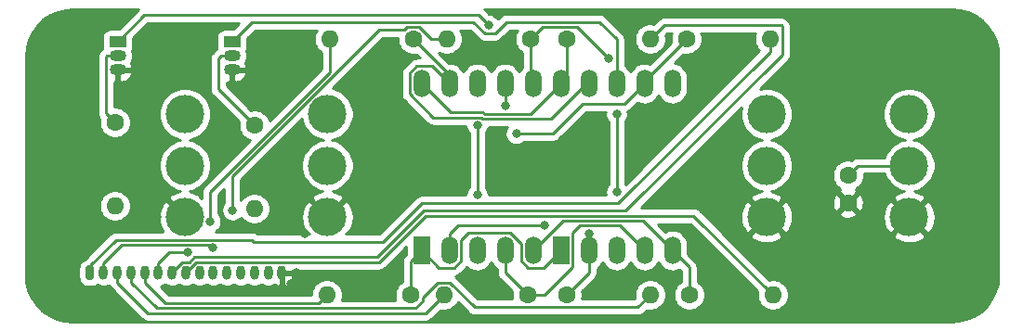
<source format=gbr>
%TF.GenerationSoftware,KiCad,Pcbnew,(5.1.6-0-10_14)*%
%TF.CreationDate,2021-01-19T16:44:27+00:00*%
%TF.ProjectId,daughterboard,64617567-6874-4657-9262-6f6172642e6b,rev?*%
%TF.SameCoordinates,Original*%
%TF.FileFunction,Copper,L2,Bot*%
%TF.FilePolarity,Positive*%
%FSLAX46Y46*%
G04 Gerber Fmt 4.6, Leading zero omitted, Abs format (unit mm)*
G04 Created by KiCad (PCBNEW (5.1.6-0-10_14)) date 2021-01-19 16:44:27*
%MOMM*%
%LPD*%
G01*
G04 APERTURE LIST*
%TA.AperFunction,ComponentPad*%
%ADD10O,0.800000X1.300000*%
%TD*%
%TA.AperFunction,ComponentPad*%
%ADD11R,1.524000X2.524000*%
%TD*%
%TA.AperFunction,ComponentPad*%
%ADD12O,1.524000X2.524000*%
%TD*%
%TA.AperFunction,ComponentPad*%
%ADD13O,1.600000X1.600000*%
%TD*%
%TA.AperFunction,ComponentPad*%
%ADD14C,1.600000*%
%TD*%
%TA.AperFunction,ComponentPad*%
%ADD15C,3.500000*%
%TD*%
%TA.AperFunction,ComponentPad*%
%ADD16R,1.500000X1.050000*%
%TD*%
%TA.AperFunction,ComponentPad*%
%ADD17O,1.500000X1.050000*%
%TD*%
%TA.AperFunction,ViaPad*%
%ADD18C,0.800000*%
%TD*%
%TA.AperFunction,Conductor*%
%ADD19C,0.250000*%
%TD*%
%TA.AperFunction,Conductor*%
%ADD20C,0.254000*%
%TD*%
G04 APERTURE END LIST*
D10*
%TO.P,J1,15*%
%TO.N,GND*%
X-25934000Y13208000D03*
%TO.P,J1,14*%
%TO.N,NRST*%
X-27184000Y13208000D03*
%TO.P,J1,13*%
%TO.N,B_STOP*%
X-28434000Y13208000D03*
%TO.P,J1,12*%
%TO.N,B_NEXT*%
X-29684000Y13208000D03*
%TO.P,J1,11*%
%TO.N,B_PREV*%
X-30934000Y13208000D03*
%TO.P,J1,10*%
%TO.N,LCD_DIG2CC*%
X-32184000Y13208000D03*
%TO.P,J1,9*%
%TO.N,LCD_DIG1CC*%
X-33434000Y13208000D03*
%TO.P,J1,8*%
%TO.N,LCD_DP*%
X-34684000Y13208000D03*
%TO.P,J1,7*%
%TO.N,LCD_G*%
X-35934000Y13208000D03*
%TO.P,J1,6*%
%TO.N,LCD_F*%
X-37184000Y13208000D03*
%TO.P,J1,5*%
%TO.N,LCD_E*%
X-38434000Y13208000D03*
%TO.P,J1,4*%
%TO.N,LCD_D*%
X-39684000Y13208000D03*
%TO.P,J1,3*%
%TO.N,LCD_C*%
X-40934000Y13208000D03*
%TO.P,J1,2*%
%TO.N,LCD_B*%
X-42184000Y13208000D03*
%TO.P,J1,1*%
%TO.N,LCD_A*%
%TA.AperFunction,ComponentPad*%
G36*
G01*
X-43834000Y12758000D02*
X-43834000Y13658000D01*
G75*
G02*
X-43634000Y13858000I200000J0D01*
G01*
X-43234000Y13858000D01*
G75*
G02*
X-43034000Y13658000I0J-200000D01*
G01*
X-43034000Y12758000D01*
G75*
G02*
X-43234000Y12558000I-200000J0D01*
G01*
X-43634000Y12558000D01*
G75*
G02*
X-43834000Y12758000I0J200000D01*
G01*
G37*
%TD.AperFunction*%
%TD*%
D11*
%TO.P,U1,1*%
%TO.N,Net-(R5-Pad1)*%
X-13208000Y15240000D03*
D12*
%TO.P,U1,2*%
%TO.N,Net-(R4-Pad1)*%
X-10668000Y15240000D03*
%TO.P,U1,3*%
%TO.N,Net-(Q1-Pad1)*%
X-8128000Y15240000D03*
%TO.P,U1,4*%
%TO.N,Net-(R3-Pad1)*%
X-5588000Y15240000D03*
%TO.P,U1,5*%
%TO.N,Net-(R8-Pad1)*%
X-3048000Y15240000D03*
%TO.P,U1,6*%
%TO.N,Net-(R2-Pad1)*%
X-3048000Y30480000D03*
%TO.P,U1,7*%
%TO.N,Net-(R1-Pad1)*%
X-5588000Y30480000D03*
%TO.P,U1,8*%
%TO.N,Net-(Q1-Pad1)*%
X-8128000Y30480000D03*
%TO.P,U1,9*%
%TO.N,Net-(R6-Pad1)*%
X-10668000Y30480000D03*
%TO.P,U1,10*%
%TO.N,Net-(R7-Pad1)*%
X-13208000Y30480000D03*
%TD*%
D13*
%TO.P,R1,2*%
%TO.N,LCD_A*%
X18542000Y34544000D03*
D14*
%TO.P,R1,1*%
%TO.N,Net-(R1-Pad1)*%
X10922000Y34544000D03*
%TD*%
D13*
%TO.P,R2,2*%
%TO.N,LCD_B*%
X-10922000Y34544000D03*
D14*
%TO.P,R2,1*%
%TO.N,Net-(R2-Pad1)*%
X-3302000Y34544000D03*
%TD*%
D13*
%TO.P,R3,2*%
%TO.N,LCD_C*%
X-11176000Y11176000D03*
D14*
%TO.P,R3,1*%
%TO.N,Net-(R3-Pad1)*%
X-3556000Y11176000D03*
%TD*%
D13*
%TO.P,R4,2*%
%TO.N,LCD_D*%
X7620000Y11176000D03*
D14*
%TO.P,R4,1*%
%TO.N,Net-(R4-Pad1)*%
X0Y11176000D03*
%TD*%
D13*
%TO.P,R5,2*%
%TO.N,LCD_E*%
X-21844000Y11176000D03*
D14*
%TO.P,R5,1*%
%TO.N,Net-(R5-Pad1)*%
X-14224000Y11176000D03*
%TD*%
D13*
%TO.P,R6,2*%
%TO.N,LCD_F*%
X-21590000Y34544000D03*
D14*
%TO.P,R6,1*%
%TO.N,Net-(R6-Pad1)*%
X-13970000Y34544000D03*
%TD*%
D13*
%TO.P,R7,2*%
%TO.N,LCD_G*%
X7620000Y34544000D03*
D14*
%TO.P,R7,1*%
%TO.N,Net-(R7-Pad1)*%
X0Y34544000D03*
%TD*%
D13*
%TO.P,R8,2*%
%TO.N,LCD_DP*%
X18796000Y11176000D03*
D14*
%TO.P,R8,1*%
%TO.N,Net-(R8-Pad1)*%
X11176000Y11176000D03*
%TD*%
D15*
%TO.P,SW1,3*%
%TO.N,GND*%
X-34778000Y18300000D03*
%TO.P,SW1,2*%
%TO.N,B_PREV*%
X-34778000Y23000000D03*
%TO.P,SW1,1*%
%TO.N,Net-(SW1-Pad1)*%
X-34778000Y27700000D03*
%TD*%
%TO.P,SW2,3*%
%TO.N,GND*%
X-21778000Y18300000D03*
%TO.P,SW2,2*%
%TO.N,B_NEXT*%
X-21778000Y23000000D03*
%TO.P,SW2,1*%
%TO.N,Net-(SW2-Pad1)*%
X-21778000Y27700000D03*
%TD*%
%TO.P,SW3,3*%
%TO.N,GND*%
X18222000Y18300000D03*
%TO.P,SW3,2*%
%TO.N,B_STOP*%
X18222000Y23000000D03*
%TO.P,SW3,1*%
%TO.N,Net-(SW3-Pad1)*%
X18222000Y27700000D03*
%TD*%
%TO.P,SW4,3*%
%TO.N,GND*%
X31222000Y18300000D03*
%TO.P,SW4,2*%
%TO.N,NRST*%
X31222000Y23000000D03*
%TO.P,SW4,1*%
%TO.N,Net-(SW4-Pad1)*%
X31222000Y27700000D03*
%TD*%
D11*
%TO.P,U2,1*%
%TO.N,Net-(R5-Pad1)*%
X-508000Y15240000D03*
D12*
%TO.P,U2,2*%
%TO.N,Net-(R4-Pad1)*%
X2032000Y15240000D03*
%TO.P,U2,3*%
%TO.N,Net-(Q2-Pad1)*%
X4572000Y15240000D03*
%TO.P,U2,4*%
%TO.N,Net-(R3-Pad1)*%
X7112000Y15240000D03*
%TO.P,U2,5*%
%TO.N,Net-(R8-Pad1)*%
X9652000Y15240000D03*
%TO.P,U2,6*%
%TO.N,Net-(R2-Pad1)*%
X9652000Y30480000D03*
%TO.P,U2,7*%
%TO.N,Net-(R1-Pad1)*%
X7112000Y30480000D03*
%TO.P,U2,8*%
%TO.N,Net-(Q2-Pad1)*%
X4572000Y30480000D03*
%TO.P,U2,9*%
%TO.N,Net-(R6-Pad1)*%
X2032000Y30480000D03*
%TO.P,U2,10*%
%TO.N,Net-(R7-Pad1)*%
X-508000Y30480000D03*
%TD*%
D14*
%TO.P,C1,2*%
%TO.N,GND*%
X25654000Y19598000D03*
%TO.P,C1,1*%
%TO.N,NRST*%
X25654000Y22098000D03*
%TD*%
D16*
%TO.P,Q1,1*%
%TO.N,Net-(Q1-Pad1)*%
X-40894000Y34290000D03*
D17*
%TO.P,Q1,3*%
%TO.N,GND*%
X-40894000Y31750000D03*
%TO.P,Q1,2*%
%TO.N,Net-(Q1-Pad2)*%
X-40894000Y33020000D03*
%TD*%
D16*
%TO.P,Q2,1*%
%TO.N,Net-(Q2-Pad1)*%
X-30480000Y34290000D03*
D17*
%TO.P,Q2,3*%
%TO.N,GND*%
X-30480000Y31750000D03*
%TO.P,Q2,2*%
%TO.N,Net-(Q2-Pad2)*%
X-30480000Y33020000D03*
%TD*%
D13*
%TO.P,R9,2*%
%TO.N,LCD_DIG1CC*%
X-41148000Y19304000D03*
D14*
%TO.P,R9,1*%
%TO.N,Net-(Q1-Pad2)*%
X-41148000Y26924000D03*
%TD*%
D13*
%TO.P,R10,2*%
%TO.N,LCD_DIG2CC*%
X-28448000Y19050000D03*
D14*
%TO.P,R10,1*%
%TO.N,Net-(Q2-Pad2)*%
X-28448000Y26670000D03*
%TD*%
D18*
%TO.N,GND*%
X-24638000Y13208000D03*
X-25146000Y12192000D03*
X-23876000Y16764000D03*
X-37338000Y18288000D03*
X16002000Y17018000D03*
X28702000Y17272000D03*
X36576000Y29210000D03*
X36576000Y23114000D03*
X36576000Y16764000D03*
X-3810000Y23368000D03*
X12700000Y31242000D03*
X8636000Y27178000D03*
X-6858000Y11430000D03*
X-16510000Y12954000D03*
X-8382000Y34544000D03*
X-5588000Y34544000D03*
X-45212000Y23114000D03*
X-45212000Y16764000D03*
X-45212000Y29210000D03*
%TO.N,LCD_F*%
X-34544000Y15049976D03*
X-32462396Y17899332D03*
%TO.N,LCD_B*%
X-30424059Y18925971D03*
X-32258000Y15499989D03*
%TO.N,Net-(R1-Pad1)*%
X-5588000Y28448000D03*
X-4572000Y25908000D03*
%TO.N,Net-(R2-Pad1)*%
X3846990Y32777360D03*
%TO.N,Net-(R4-Pad1)*%
X-2032000Y17526000D03*
X2032000Y16778946D03*
%TO.N,Net-(Q1-Pad1)*%
X-8128000Y26670000D03*
X-8128000Y20320000D03*
X-7112000Y35814002D03*
%TO.N,Net-(Q2-Pad1)*%
X4572000Y20574000D03*
X4572000Y27686006D03*
%TD*%
D19*
%TO.N,NRST*%
X26556000Y23000000D02*
X25654000Y22098000D01*
X31222000Y23000000D02*
X26556000Y23000000D01*
%TO.N,LCD_DP*%
X-34684000Y13233318D02*
X-34684000Y13208000D01*
X-33734308Y14183010D02*
X-34684000Y13233318D01*
X-12835200Y18403978D02*
X-17056170Y14183009D01*
X18796000Y11176000D02*
X11568022Y18403978D01*
X11568022Y18403978D02*
X-12835200Y18403978D01*
X-17056170Y14183009D02*
X-33734308Y14183010D01*
%TO.N,LCD_G*%
X19667001Y35704999D02*
X19667001Y33129001D01*
X-33920709Y14633019D02*
X-34370719Y14183010D01*
X-35934000Y13233318D02*
X-35934000Y13208000D01*
X-17242570Y14633020D02*
X-33920709Y14633019D01*
X-34370719Y14183010D02*
X-34984308Y14183010D01*
X-34984308Y14183010D02*
X-35934000Y13233318D01*
X7620000Y34544000D02*
X8890000Y35814000D01*
X8890000Y35814000D02*
X19558000Y35814000D01*
X-13021601Y18853989D02*
X-17242570Y14633020D01*
X19558000Y35814000D02*
X19667001Y35704999D01*
X5391989Y18853989D02*
X-13021601Y18853989D01*
X19667001Y33129001D02*
X5391989Y18853989D01*
%TO.N,LCD_F*%
X-37184000Y13208000D02*
X-37184000Y13635895D01*
X-37184000Y14108000D02*
X-36242024Y15049976D01*
X-36242024Y15049976D02*
X-34544000Y15049976D01*
X-37184000Y13208000D02*
X-37184000Y14108000D01*
X-21590000Y31496000D02*
X-32462396Y20623604D01*
X-32462396Y20623604D02*
X-32462396Y17899332D01*
X-21590000Y34544000D02*
X-21590000Y31496000D01*
%TO.N,LCD_E*%
X-38434000Y12308000D02*
X-38434000Y13208000D01*
X-22606000Y10414000D02*
X-36540000Y10414000D01*
X-36540000Y10414000D02*
X-38434000Y12308000D01*
X-21844000Y11176000D02*
X-22606000Y10414000D01*
%TO.N,LCD_D*%
X-13771009Y9963989D02*
X-37339989Y9963989D01*
X7620000Y11176000D02*
X6494999Y10050999D01*
X6494999Y10050999D02*
X-8385997Y10050999D01*
X-10635999Y12301001D02*
X-11716001Y12301001D01*
X-11716001Y12301001D02*
X-13098999Y10918003D01*
X-39684000Y12308000D02*
X-39684000Y13208000D01*
X-37339989Y9963989D02*
X-39684000Y12308000D01*
X-13098999Y10918003D02*
X-13098999Y10635999D01*
X-13098999Y10635999D02*
X-13771009Y9963989D01*
X-8385997Y10050999D02*
X-10635999Y12301001D01*
%TO.N,LCD_C*%
X-40934000Y12308000D02*
X-40934000Y13208000D01*
X-12838022Y9513978D02*
X-38139978Y9513978D01*
X-11176000Y11176000D02*
X-12838022Y9513978D01*
X-38139978Y9513978D02*
X-40934000Y12308000D01*
%TO.N,LCD_B*%
X-32533009Y15774998D02*
X-32258000Y15499989D01*
X-42184000Y13208000D02*
X-42184000Y14108000D01*
X-40517002Y15774998D02*
X-32533009Y15774998D01*
X-42184000Y14108000D02*
X-40517002Y15774998D01*
X-14510001Y35669001D02*
X-14815013Y35363989D01*
X-30424059Y22025531D02*
X-30424059Y18925971D01*
X-17085601Y35363989D02*
X-30424059Y22025531D01*
X-12304998Y34544000D02*
X-13429999Y35669001D01*
X-13429999Y35669001D02*
X-14510001Y35669001D01*
X-14815013Y35363989D02*
X-17085601Y35363989D01*
X-10922000Y34544000D02*
X-12304998Y34544000D01*
%TO.N,LCD_A*%
X18542000Y34544000D02*
X18542000Y33412630D01*
X18542000Y33412630D02*
X4687370Y19558000D01*
X-13208000Y19558000D02*
X-16727001Y16038999D01*
X-16727001Y16038999D02*
X-28458521Y16038999D01*
X-28458521Y16038999D02*
X-28644521Y16224999D01*
X4687370Y19558000D02*
X-13208000Y19558000D01*
X-41067001Y16224999D02*
X-43434000Y13858000D01*
X-28644521Y16224999D02*
X-41067001Y16224999D01*
X-43434000Y13858000D02*
X-43434000Y13208000D01*
%TO.N,Net-(R1-Pad1)*%
X7112000Y30734000D02*
X7112000Y30480000D01*
X10922000Y34544000D02*
X7112000Y30734000D01*
X-5588000Y30480000D02*
X-5588000Y28448000D01*
X-1270000Y25908000D02*
X-4572000Y25908000D01*
X1487003Y28665003D02*
X-1270000Y25908000D01*
X5297003Y28665003D02*
X1487003Y28665003D01*
X7112000Y30480000D02*
X5297003Y28665003D01*
%TO.N,Net-(R2-Pad1)*%
X-3302000Y30734000D02*
X-3048000Y30480000D01*
X-3302000Y34544000D02*
X-3302000Y30734000D01*
X-3302000Y34544000D02*
X-2176999Y35669001D01*
X-2176999Y35669001D02*
X955349Y35669001D01*
X955349Y35669001D02*
X3846990Y32777360D01*
%TO.N,Net-(R3-Pad1)*%
X-3556000Y11176000D02*
X-5588000Y13208000D01*
X-5588000Y13208000D02*
X-5588000Y15240000D01*
X579001Y16892005D02*
X579001Y13717999D01*
X4848044Y17503956D02*
X1190952Y17503956D01*
X579001Y13717999D02*
X-1962998Y11176000D01*
X7112000Y15240000D02*
X4848044Y17503956D01*
X-1962998Y11176000D02*
X-3556000Y11176000D01*
X1190952Y17503956D02*
X579001Y16892005D01*
%TO.N,Net-(R4-Pad1)*%
X2032000Y13208000D02*
X2032000Y15240000D01*
X0Y11176000D02*
X2032000Y13208000D01*
X-8382000Y17526000D02*
X-9894000Y17526000D01*
X-10668000Y16752000D02*
X-10668000Y15240000D01*
X-2032000Y17526000D02*
X-8382000Y17526000D01*
X-9894000Y17526000D02*
X-10668000Y16752000D01*
X-8382000Y17526000D02*
X-8515675Y17526000D01*
X2032000Y15240000D02*
X2032000Y16778946D01*
%TO.N,Net-(R5-Pad1)*%
X-14224000Y14224000D02*
X-13208000Y15240000D01*
X-14224000Y11176000D02*
X-14224000Y14224000D01*
X-11620990Y13652990D02*
X-13208000Y15240000D01*
X-2095010Y13652990D02*
X-3498254Y13652990D01*
X-5137746Y16827010D02*
X-8944234Y16827010D01*
X-9580990Y14289746D02*
X-10217746Y13652990D01*
X-508000Y15240000D02*
X-2095010Y13652990D01*
X-3498254Y13652990D02*
X-4135010Y14289746D01*
X-4135010Y14289746D02*
X-4135010Y15824274D01*
X-4135010Y15824274D02*
X-5137746Y16827010D01*
X-8944234Y16827010D02*
X-9580990Y16190254D01*
X-9580990Y16190254D02*
X-9580990Y14289746D01*
X-10217746Y13652990D02*
X-11620990Y13652990D01*
%TO.N,Net-(R6-Pad1)*%
X-10668000Y31242000D02*
X-10668000Y30480000D01*
X-13970000Y34544000D02*
X-10668000Y31242000D01*
X-14295010Y29529746D02*
X-14295010Y31430254D01*
X-12160265Y27395001D02*
X-14295010Y29529746D01*
X-7779999Y27395001D02*
X-12160265Y27395001D01*
X-7657985Y27272987D02*
X-7779999Y27395001D01*
X-12255010Y32067010D02*
X-10668000Y30480000D01*
X1778000Y30480000D02*
X-1429013Y27272987D01*
X-14295010Y31430254D02*
X-13658254Y32067010D01*
X-1429013Y27272987D02*
X-7657985Y27272987D01*
X-13658254Y32067010D02*
X-12255010Y32067010D01*
X2032000Y30480000D02*
X1778000Y30480000D01*
%TO.N,Net-(R7-Pad1)*%
X0Y30988000D02*
X-508000Y30480000D01*
X0Y34544000D02*
X0Y30988000D01*
X-10573012Y27845012D02*
X-13208000Y30480000D01*
X-508000Y30480000D02*
X-3265002Y27722998D01*
X-3265002Y27722998D02*
X-7471585Y27722998D01*
X-7593599Y27845012D02*
X-10573012Y27845012D01*
X-7471585Y27722998D02*
X-7593599Y27845012D01*
%TO.N,Net-(R8-Pad1)*%
X11176000Y13716000D02*
X9652000Y15240000D01*
X11176000Y11176000D02*
X11176000Y13716000D01*
X9652000Y15240000D02*
X6938033Y17953967D01*
X6938033Y17953967D02*
X-334033Y17953967D01*
X-334033Y17953967D02*
X-3048000Y15240000D01*
%TO.N,Net-(Q1-Pad2)*%
X-41969010Y32944990D02*
X-41894000Y33020000D01*
X-41894000Y33020000D02*
X-40894000Y33020000D01*
X-41969010Y27745010D02*
X-41969010Y32944990D01*
X-41148000Y26924000D02*
X-41969010Y27745010D01*
%TO.N,Net-(Q1-Pad1)*%
X-8128000Y26670000D02*
X-8128000Y20320000D01*
X-38462001Y36721999D02*
X-8019997Y36721999D01*
X-8019997Y36721999D02*
X-7112000Y35814002D01*
X-40894000Y34290000D02*
X-38462001Y36721999D01*
%TO.N,Net-(Q2-Pad1)*%
X4572000Y20574000D02*
X4572000Y27686006D01*
X-30480000Y34290000D02*
X-28650988Y36119012D01*
X-7460004Y35088998D02*
X-6509998Y35088998D01*
X-28650988Y36119012D02*
X-8490018Y36119012D01*
X-8490018Y36119012D02*
X-7460004Y35088998D01*
X-6509998Y35088998D02*
X-5479984Y36119012D01*
X-5479984Y36119012D02*
X2996988Y36119012D01*
X2996988Y36119012D02*
X4572000Y34544000D01*
X4572000Y34544000D02*
X4572000Y30480000D01*
%TO.N,Net-(Q2-Pad2)*%
X-28448000Y26670000D02*
X-31750000Y29972000D01*
X-31480000Y33020000D02*
X-30480000Y33020000D01*
X-31750000Y32750000D02*
X-31480000Y33020000D01*
X-31750000Y29972000D02*
X-31750000Y32750000D01*
%TD*%
D20*
%TO.N,GND*%
G36*
X-39002002Y37262000D02*
G01*
X-39025800Y37233002D01*
X-40805729Y35453072D01*
X-41644000Y35453072D01*
X-41768482Y35440812D01*
X-41888180Y35404502D01*
X-41998494Y35345537D01*
X-42095185Y35266185D01*
X-42174537Y35169494D01*
X-42233502Y35059180D01*
X-42269812Y34939482D01*
X-42282072Y34815000D01*
X-42282072Y33765000D01*
X-42273588Y33678860D01*
X-42318276Y33654974D01*
X-42434001Y33560001D01*
X-42457804Y33530997D01*
X-42480012Y33508789D01*
X-42509010Y33484991D01*
X-42532808Y33455993D01*
X-42532809Y33455992D01*
X-42603984Y33369266D01*
X-42674556Y33237236D01*
X-42695259Y33168985D01*
X-42713454Y33109000D01*
X-42718012Y33093975D01*
X-42732686Y32944990D01*
X-42729009Y32907658D01*
X-42729010Y27782333D01*
X-42732686Y27745010D01*
X-42729010Y27707688D01*
X-42729010Y27707678D01*
X-42718013Y27596025D01*
X-42680979Y27473937D01*
X-42674556Y27452764D01*
X-42603984Y27320734D01*
X-42564799Y27272987D01*
X-42546202Y27250327D01*
X-42583000Y27065335D01*
X-42583000Y26782665D01*
X-42527853Y26505426D01*
X-42419680Y26244273D01*
X-42262637Y26009241D01*
X-42062759Y25809363D01*
X-41827727Y25652320D01*
X-41566574Y25544147D01*
X-41289335Y25489000D01*
X-41006665Y25489000D01*
X-40729426Y25544147D01*
X-40468273Y25652320D01*
X-40233241Y25809363D01*
X-40033363Y26009241D01*
X-39876320Y26244273D01*
X-39768147Y26505426D01*
X-39713000Y26782665D01*
X-39713000Y27065335D01*
X-39768147Y27342574D01*
X-39876320Y27603727D01*
X-40033363Y27838759D01*
X-40233241Y28038637D01*
X-40468273Y28195680D01*
X-40729426Y28303853D01*
X-41006665Y28359000D01*
X-41209010Y28359000D01*
X-41209010Y30584448D01*
X-41204507Y30583669D01*
X-41021000Y30743402D01*
X-41021000Y31623000D01*
X-40767000Y31623000D01*
X-40767000Y30743402D01*
X-40583493Y30583669D01*
X-40357596Y30622761D01*
X-40143666Y30705172D01*
X-39949924Y30827736D01*
X-39783816Y30985742D01*
X-39651725Y31173118D01*
X-39558728Y31382663D01*
X-39550036Y31444190D01*
X-39675837Y31623000D01*
X-40767000Y31623000D01*
X-41021000Y31623000D01*
X-41041000Y31623000D01*
X-41041000Y31860000D01*
X-40612021Y31860000D01*
X-40441600Y31876785D01*
X-40440891Y31877000D01*
X-39675837Y31877000D01*
X-39550036Y32055810D01*
X-39558728Y32117337D01*
X-39651725Y32326882D01*
X-39692929Y32385331D01*
X-39592115Y32573940D01*
X-39525785Y32792600D01*
X-39503388Y33020000D01*
X-39525785Y33247400D01*
X-39589093Y33456098D01*
X-39554498Y33520820D01*
X-39518188Y33640518D01*
X-39505928Y33765000D01*
X-39505928Y34603271D01*
X-38147199Y35961999D01*
X-29882803Y35961999D01*
X-30391729Y35453072D01*
X-31230000Y35453072D01*
X-31354482Y35440812D01*
X-31474180Y35404502D01*
X-31584494Y35345537D01*
X-31681185Y35266185D01*
X-31760537Y35169494D01*
X-31819502Y35059180D01*
X-31855812Y34939482D01*
X-31868072Y34815000D01*
X-31868072Y33765000D01*
X-31859588Y33678860D01*
X-31904276Y33654974D01*
X-32020001Y33560001D01*
X-32043804Y33530997D01*
X-32261002Y33313799D01*
X-32290000Y33290001D01*
X-32313798Y33261003D01*
X-32313799Y33261002D01*
X-32384974Y33174276D01*
X-32455546Y33042246D01*
X-32474423Y32980015D01*
X-32493740Y32916331D01*
X-32499002Y32898985D01*
X-32513676Y32750000D01*
X-32509999Y32712668D01*
X-32510000Y30009323D01*
X-32513676Y29972000D01*
X-32510000Y29934678D01*
X-32510000Y29934668D01*
X-32499003Y29823015D01*
X-32484272Y29774454D01*
X-32455546Y29679754D01*
X-32384974Y29547724D01*
X-32345129Y29499174D01*
X-32290001Y29431999D01*
X-32260997Y29408196D01*
X-29846688Y26993886D01*
X-29883000Y26811335D01*
X-29883000Y26528665D01*
X-29827853Y26251426D01*
X-29719680Y25990273D01*
X-29562637Y25755241D01*
X-29362759Y25555363D01*
X-29127727Y25398320D01*
X-28869459Y25291342D01*
X-32973393Y21187408D01*
X-33002397Y21163605D01*
X-33034951Y21123937D01*
X-33097370Y21047880D01*
X-33167941Y20915851D01*
X-33167942Y20915850D01*
X-33211399Y20772589D01*
X-33222396Y20660936D01*
X-33222396Y20660926D01*
X-33226072Y20623604D01*
X-33222396Y20586281D01*
X-33222396Y20035212D01*
X-33287998Y19969610D01*
X-33474073Y20310766D01*
X-33891409Y20526513D01*
X-34339004Y20655597D01*
X-34082321Y20706654D01*
X-33648279Y20886440D01*
X-33257651Y21147450D01*
X-32925450Y21479651D01*
X-32664440Y21870279D01*
X-32484654Y22304321D01*
X-32393000Y22765098D01*
X-32393000Y23234902D01*
X-32484654Y23695679D01*
X-32664440Y24129721D01*
X-32925450Y24520349D01*
X-33257651Y24852550D01*
X-33648279Y25113560D01*
X-34082321Y25293346D01*
X-34367141Y25350000D01*
X-34082321Y25406654D01*
X-33648279Y25586440D01*
X-33257651Y25847450D01*
X-32925450Y26179651D01*
X-32664440Y26570279D01*
X-32484654Y27004321D01*
X-32393000Y27465098D01*
X-32393000Y27934902D01*
X-32484654Y28395679D01*
X-32664440Y28829721D01*
X-32925450Y29220349D01*
X-33257651Y29552550D01*
X-33648279Y29813560D01*
X-34082321Y29993346D01*
X-34543098Y30085000D01*
X-35012902Y30085000D01*
X-35473679Y29993346D01*
X-35907721Y29813560D01*
X-36298349Y29552550D01*
X-36630550Y29220349D01*
X-36891560Y28829721D01*
X-37071346Y28395679D01*
X-37163000Y27934902D01*
X-37163000Y27465098D01*
X-37071346Y27004321D01*
X-36891560Y26570279D01*
X-36630550Y26179651D01*
X-36298349Y25847450D01*
X-35907721Y25586440D01*
X-35473679Y25406654D01*
X-35188859Y25350000D01*
X-35473679Y25293346D01*
X-35907721Y25113560D01*
X-36298349Y24852550D01*
X-36630550Y24520349D01*
X-36891560Y24129721D01*
X-37071346Y23695679D01*
X-37163000Y23234902D01*
X-37163000Y22765098D01*
X-37071346Y22304321D01*
X-36891560Y21870279D01*
X-36630550Y21479651D01*
X-36298349Y21147450D01*
X-35907721Y20886440D01*
X-35473679Y20706654D01*
X-35201192Y20652453D01*
X-35277811Y20643842D01*
X-35725468Y20501297D01*
X-36081927Y20310766D01*
X-36268003Y19969609D01*
X-34778000Y18479605D01*
X-34763858Y18493748D01*
X-34584252Y18314142D01*
X-34598395Y18300000D01*
X-34584252Y18285858D01*
X-34763858Y18106252D01*
X-34778000Y18120395D01*
X-34792142Y18106252D01*
X-34971748Y18285858D01*
X-34957605Y18300000D01*
X-36447609Y19790003D01*
X-36788766Y19603927D01*
X-37004513Y19186591D01*
X-37134696Y18735185D01*
X-37174313Y18267054D01*
X-37121842Y17800189D01*
X-36979297Y17352532D01*
X-36788766Y16996073D01*
X-36768463Y16984999D01*
X-41029679Y16984999D01*
X-41067002Y16988675D01*
X-41104325Y16984999D01*
X-41104334Y16984999D01*
X-41215987Y16974002D01*
X-41359248Y16930545D01*
X-41491278Y16859973D01*
X-41552173Y16809997D01*
X-41607002Y16765000D01*
X-41630800Y16736002D01*
X-43925730Y14441071D01*
X-43954716Y14432278D01*
X-44099608Y14354831D01*
X-44226606Y14250606D01*
X-44330831Y14123608D01*
X-44408278Y13978716D01*
X-44455969Y13821500D01*
X-44472072Y13658000D01*
X-44472072Y12758000D01*
X-44455969Y12594500D01*
X-44408278Y12437284D01*
X-44330831Y12292392D01*
X-44226606Y12165394D01*
X-44099608Y12061169D01*
X-43954716Y11983722D01*
X-43797500Y11936031D01*
X-43634000Y11919928D01*
X-43234000Y11919928D01*
X-43070500Y11936031D01*
X-42913284Y11983722D01*
X-42768392Y12061169D01*
X-42742106Y12082741D01*
X-42581992Y11997159D01*
X-42386894Y11937976D01*
X-42184000Y11917993D01*
X-41981105Y11937976D01*
X-41786007Y11997159D01*
X-41655126Y12067116D01*
X-41639546Y12015754D01*
X-41568974Y11883724D01*
X-41555411Y11867198D01*
X-41474001Y11767999D01*
X-41444997Y11744196D01*
X-38703777Y9002975D01*
X-38679979Y8973977D01*
X-38564254Y8879004D01*
X-38432225Y8808432D01*
X-38288964Y8764975D01*
X-38177311Y8753978D01*
X-38177301Y8753978D01*
X-38139978Y8750302D01*
X-38102655Y8753978D01*
X-12875344Y8753978D01*
X-12838022Y8750302D01*
X-12800700Y8753978D01*
X-12800689Y8753978D01*
X-12689036Y8764975D01*
X-12545775Y8808432D01*
X-12413746Y8879004D01*
X-12298021Y8973977D01*
X-12274218Y9002981D01*
X-11499886Y9777312D01*
X-11317335Y9741000D01*
X-11034665Y9741000D01*
X-10757426Y9796147D01*
X-10496273Y9904320D01*
X-10261241Y10061363D01*
X-10061363Y10261241D01*
X-9905022Y10495222D01*
X-8949796Y9539996D01*
X-8925998Y9510998D01*
X-8810273Y9416025D01*
X-8678244Y9345453D01*
X-8534983Y9301996D01*
X-8423330Y9290999D01*
X-8423321Y9290999D01*
X-8385998Y9287323D01*
X-8348675Y9290999D01*
X6457677Y9290999D01*
X6494999Y9287323D01*
X6532321Y9290999D01*
X6532332Y9290999D01*
X6643985Y9301996D01*
X6787246Y9345453D01*
X6919275Y9416025D01*
X7035000Y9510998D01*
X7058803Y9540001D01*
X7296113Y9777312D01*
X7478665Y9741000D01*
X7761335Y9741000D01*
X8038574Y9796147D01*
X8299727Y9904320D01*
X8534759Y10061363D01*
X8734637Y10261241D01*
X8891680Y10496273D01*
X8999853Y10757426D01*
X9055000Y11034665D01*
X9055000Y11317335D01*
X8999853Y11594574D01*
X8891680Y11855727D01*
X8734637Y12090759D01*
X8534759Y12290637D01*
X8299727Y12447680D01*
X8038574Y12555853D01*
X7761335Y12611000D01*
X7478665Y12611000D01*
X7201426Y12555853D01*
X6940273Y12447680D01*
X6705241Y12290637D01*
X6505363Y12090759D01*
X6348320Y11855727D01*
X6240147Y11594574D01*
X6185000Y11317335D01*
X6185000Y11034665D01*
X6221312Y10852113D01*
X6180198Y10810999D01*
X1390509Y10810999D01*
X1435000Y11034665D01*
X1435000Y11317335D01*
X1398688Y11499886D01*
X2543004Y12644202D01*
X2572001Y12667999D01*
X2608577Y12712567D01*
X2666974Y12783723D01*
X2737546Y12915753D01*
X2742773Y12932985D01*
X2781003Y13059014D01*
X2792000Y13170667D01*
X2792000Y13170677D01*
X2795676Y13208000D01*
X2792000Y13245323D01*
X2792000Y13562187D01*
X2811887Y13572817D01*
X3024608Y13747392D01*
X3199183Y13960113D01*
X3302000Y14152471D01*
X3404817Y13960113D01*
X3579393Y13747392D01*
X3792114Y13572817D01*
X4034806Y13443096D01*
X4298141Y13363214D01*
X4572000Y13336241D01*
X4845860Y13363214D01*
X5109195Y13443096D01*
X5351887Y13572817D01*
X5564608Y13747392D01*
X5739183Y13960113D01*
X5842000Y14152471D01*
X5944817Y13960113D01*
X6119393Y13747392D01*
X6332114Y13572817D01*
X6574806Y13443096D01*
X6838141Y13363214D01*
X7112000Y13336241D01*
X7385860Y13363214D01*
X7649195Y13443096D01*
X7891887Y13572817D01*
X8104608Y13747392D01*
X8279183Y13960113D01*
X8382000Y14152471D01*
X8484817Y13960113D01*
X8659393Y13747392D01*
X8872114Y13572817D01*
X9114806Y13443096D01*
X9378141Y13363214D01*
X9652000Y13336241D01*
X9925860Y13363214D01*
X10189195Y13443096D01*
X10309694Y13507504D01*
X10416001Y13401196D01*
X10416000Y12394044D01*
X10261241Y12290637D01*
X10061363Y12090759D01*
X9904320Y11855727D01*
X9796147Y11594574D01*
X9741000Y11317335D01*
X9741000Y11034665D01*
X9796147Y10757426D01*
X9904320Y10496273D01*
X10061363Y10261241D01*
X10261241Y10061363D01*
X10496273Y9904320D01*
X10757426Y9796147D01*
X11034665Y9741000D01*
X11317335Y9741000D01*
X11594574Y9796147D01*
X11855727Y9904320D01*
X12090759Y10061363D01*
X12290637Y10261241D01*
X12447680Y10496273D01*
X12555853Y10757426D01*
X12611000Y11034665D01*
X12611000Y11317335D01*
X12555853Y11594574D01*
X12447680Y11855727D01*
X12290637Y12090759D01*
X12090759Y12290637D01*
X11936000Y12394043D01*
X11936000Y13678678D01*
X11939676Y13716001D01*
X11936000Y13753324D01*
X11936000Y13753333D01*
X11925003Y13864986D01*
X11881546Y14008247D01*
X11810974Y14140276D01*
X11791510Y14163993D01*
X11739799Y14227004D01*
X11739795Y14227008D01*
X11716001Y14256001D01*
X11687008Y14279795D01*
X11049000Y14917802D01*
X11049000Y15808625D01*
X11028786Y16013860D01*
X10948904Y16277195D01*
X10819183Y16519887D01*
X10644607Y16732608D01*
X10431886Y16907183D01*
X10189194Y17036904D01*
X9925859Y17116786D01*
X9652000Y17143759D01*
X9378140Y17116786D01*
X9114805Y17036904D01*
X8994306Y16972496D01*
X8322823Y17643978D01*
X11253221Y17643978D01*
X17397312Y11499886D01*
X17361000Y11317335D01*
X17361000Y11034665D01*
X17416147Y10757426D01*
X17524320Y10496273D01*
X17681363Y10261241D01*
X17881241Y10061363D01*
X18116273Y9904320D01*
X18377426Y9796147D01*
X18654665Y9741000D01*
X18937335Y9741000D01*
X19214574Y9796147D01*
X19475727Y9904320D01*
X19710759Y10061363D01*
X19910637Y10261241D01*
X20067680Y10496273D01*
X20175853Y10757426D01*
X20231000Y11034665D01*
X20231000Y11317335D01*
X20175853Y11594574D01*
X20067680Y11855727D01*
X19910637Y12090759D01*
X19710759Y12290637D01*
X19475727Y12447680D01*
X19214574Y12555853D01*
X18937335Y12611000D01*
X18654665Y12611000D01*
X18472114Y12574688D01*
X14416411Y16630391D01*
X16731997Y16630391D01*
X16918073Y16289234D01*
X17335409Y16073487D01*
X17786815Y15943304D01*
X18254946Y15903687D01*
X18721811Y15956158D01*
X19169468Y16098703D01*
X19525927Y16289234D01*
X19712003Y16630391D01*
X29731997Y16630391D01*
X29918073Y16289234D01*
X30335409Y16073487D01*
X30786815Y15943304D01*
X31254946Y15903687D01*
X31721811Y15956158D01*
X32169468Y16098703D01*
X32525927Y16289234D01*
X32712003Y16630391D01*
X31222000Y18120395D01*
X29731997Y16630391D01*
X19712003Y16630391D01*
X18222000Y18120395D01*
X16731997Y16630391D01*
X14416411Y16630391D01*
X12779748Y18267054D01*
X15825687Y18267054D01*
X15878158Y17800189D01*
X16020703Y17352532D01*
X16211234Y16996073D01*
X16552391Y16809997D01*
X18042395Y18300000D01*
X18401605Y18300000D01*
X19891609Y16809997D01*
X20232766Y16996073D01*
X20448513Y17413409D01*
X20578696Y17864815D01*
X20618313Y18332946D01*
X20587704Y18605298D01*
X24840903Y18605298D01*
X24912486Y18361329D01*
X25167996Y18240429D01*
X25442184Y18171700D01*
X25724512Y18157783D01*
X26004130Y18199213D01*
X26193833Y18267054D01*
X28825687Y18267054D01*
X28878158Y17800189D01*
X29020703Y17352532D01*
X29211234Y16996073D01*
X29552391Y16809997D01*
X31042395Y18300000D01*
X31401605Y18300000D01*
X32891609Y16809997D01*
X33232766Y16996073D01*
X33448513Y17413409D01*
X33578696Y17864815D01*
X33618313Y18332946D01*
X33565842Y18799811D01*
X33423297Y19247468D01*
X33232766Y19603927D01*
X32891609Y19790003D01*
X31401605Y18300000D01*
X31042395Y18300000D01*
X29552391Y19790003D01*
X29211234Y19603927D01*
X28995487Y19186591D01*
X28865304Y18735185D01*
X28825687Y18267054D01*
X26193833Y18267054D01*
X26270292Y18294397D01*
X26395514Y18361329D01*
X26467097Y18605298D01*
X25654000Y19418395D01*
X24840903Y18605298D01*
X20587704Y18605298D01*
X20565842Y18799811D01*
X20423297Y19247468D01*
X20273624Y19527488D01*
X24213783Y19527488D01*
X24255213Y19247870D01*
X24350397Y18981708D01*
X24417329Y18856486D01*
X24661298Y18784903D01*
X25474395Y19598000D01*
X25833605Y19598000D01*
X26646702Y18784903D01*
X26890671Y18856486D01*
X27011571Y19111996D01*
X27080300Y19386184D01*
X27094217Y19668512D01*
X27052787Y19948130D01*
X26957603Y20214292D01*
X26890671Y20339514D01*
X26646702Y20411097D01*
X25833605Y19598000D01*
X25474395Y19598000D01*
X24661298Y20411097D01*
X24417329Y20339514D01*
X24296429Y20084004D01*
X24227700Y19809816D01*
X24213783Y19527488D01*
X20273624Y19527488D01*
X20232766Y19603927D01*
X19891609Y19790003D01*
X18401605Y18300000D01*
X18042395Y18300000D01*
X16552391Y19790003D01*
X16211234Y19603927D01*
X15995487Y19186591D01*
X15865304Y18735185D01*
X15825687Y18267054D01*
X12779748Y18267054D01*
X12131826Y18914975D01*
X12108023Y18943979D01*
X11992298Y19038952D01*
X11860269Y19109524D01*
X11717008Y19152981D01*
X11605355Y19163978D01*
X11605344Y19163978D01*
X11568022Y19167654D01*
X11530700Y19163978D01*
X6776779Y19163978D01*
X15908833Y28296031D01*
X15837000Y27934902D01*
X15837000Y27465098D01*
X15928654Y27004321D01*
X16108440Y26570279D01*
X16369450Y26179651D01*
X16701651Y25847450D01*
X17092279Y25586440D01*
X17526321Y25406654D01*
X17811141Y25350000D01*
X17526321Y25293346D01*
X17092279Y25113560D01*
X16701651Y24852550D01*
X16369450Y24520349D01*
X16108440Y24129721D01*
X15928654Y23695679D01*
X15837000Y23234902D01*
X15837000Y22765098D01*
X15928654Y22304321D01*
X16108440Y21870279D01*
X16369450Y21479651D01*
X16701651Y21147450D01*
X17092279Y20886440D01*
X17526321Y20706654D01*
X17798808Y20652453D01*
X17722189Y20643842D01*
X17274532Y20501297D01*
X16918073Y20310766D01*
X16731997Y19969609D01*
X18222000Y18479605D01*
X19712003Y19969609D01*
X19525927Y20310766D01*
X19108591Y20526513D01*
X18660996Y20655597D01*
X18917679Y20706654D01*
X19351721Y20886440D01*
X19742349Y21147450D01*
X20074550Y21479651D01*
X20335560Y21870279D01*
X20488427Y22239335D01*
X24219000Y22239335D01*
X24219000Y21956665D01*
X24274147Y21679426D01*
X24382320Y21418273D01*
X24539363Y21183241D01*
X24739241Y20983363D01*
X24939869Y20849308D01*
X24912486Y20834671D01*
X24840903Y20590702D01*
X25654000Y19777605D01*
X26467097Y20590702D01*
X26395514Y20834671D01*
X26366659Y20848324D01*
X26568759Y20983363D01*
X26768637Y21183241D01*
X26925680Y21418273D01*
X27033853Y21679426D01*
X27089000Y21956665D01*
X27089000Y22239335D01*
X27088868Y22240000D01*
X28955297Y22240000D01*
X29108440Y21870279D01*
X29369450Y21479651D01*
X29701651Y21147450D01*
X30092279Y20886440D01*
X30526321Y20706654D01*
X30798808Y20652453D01*
X30722189Y20643842D01*
X30274532Y20501297D01*
X29918073Y20310766D01*
X29731997Y19969609D01*
X31222000Y18479605D01*
X32712003Y19969609D01*
X32525927Y20310766D01*
X32108591Y20526513D01*
X31660996Y20655597D01*
X31917679Y20706654D01*
X32351721Y20886440D01*
X32742349Y21147450D01*
X33074550Y21479651D01*
X33335560Y21870279D01*
X33515346Y22304321D01*
X33607000Y22765098D01*
X33607000Y23234902D01*
X33515346Y23695679D01*
X33335560Y24129721D01*
X33074550Y24520349D01*
X32742349Y24852550D01*
X32351721Y25113560D01*
X31917679Y25293346D01*
X31632859Y25350000D01*
X31917679Y25406654D01*
X32351721Y25586440D01*
X32742349Y25847450D01*
X33074550Y26179651D01*
X33335560Y26570279D01*
X33515346Y27004321D01*
X33607000Y27465098D01*
X33607000Y27934902D01*
X33515346Y28395679D01*
X33335560Y28829721D01*
X33074550Y29220349D01*
X32742349Y29552550D01*
X32351721Y29813560D01*
X31917679Y29993346D01*
X31456902Y30085000D01*
X30987098Y30085000D01*
X30526321Y29993346D01*
X30092279Y29813560D01*
X29701651Y29552550D01*
X29369450Y29220349D01*
X29108440Y28829721D01*
X28928654Y28395679D01*
X28837000Y27934902D01*
X28837000Y27465098D01*
X28928654Y27004321D01*
X29108440Y26570279D01*
X29369450Y26179651D01*
X29701651Y25847450D01*
X30092279Y25586440D01*
X30526321Y25406654D01*
X30811141Y25350000D01*
X30526321Y25293346D01*
X30092279Y25113560D01*
X29701651Y24852550D01*
X29369450Y24520349D01*
X29108440Y24129721D01*
X28955297Y23760000D01*
X26593325Y23760000D01*
X26556000Y23763676D01*
X26518675Y23760000D01*
X26518667Y23760000D01*
X26407014Y23749003D01*
X26263753Y23705546D01*
X26131724Y23634974D01*
X26015999Y23540001D01*
X25992201Y23511003D01*
X25977886Y23496688D01*
X25795335Y23533000D01*
X25512665Y23533000D01*
X25235426Y23477853D01*
X24974273Y23369680D01*
X24739241Y23212637D01*
X24539363Y23012759D01*
X24382320Y22777727D01*
X24274147Y22516574D01*
X24219000Y22239335D01*
X20488427Y22239335D01*
X20515346Y22304321D01*
X20607000Y22765098D01*
X20607000Y23234902D01*
X20515346Y23695679D01*
X20335560Y24129721D01*
X20074550Y24520349D01*
X19742349Y24852550D01*
X19351721Y25113560D01*
X18917679Y25293346D01*
X18632859Y25350000D01*
X18917679Y25406654D01*
X19351721Y25586440D01*
X19742349Y25847450D01*
X20074550Y26179651D01*
X20335560Y26570279D01*
X20515346Y27004321D01*
X20607000Y27465098D01*
X20607000Y27934902D01*
X20515346Y28395679D01*
X20335560Y28829721D01*
X20074550Y29220349D01*
X19742349Y29552550D01*
X19351721Y29813560D01*
X18917679Y29993346D01*
X18456902Y30085000D01*
X17987098Y30085000D01*
X17625969Y30013167D01*
X20178004Y32565202D01*
X20207002Y32589000D01*
X20301975Y32704725D01*
X20372547Y32836754D01*
X20416004Y32980015D01*
X20427001Y33091668D01*
X20430678Y33129001D01*
X20427001Y33166334D01*
X20427001Y35667674D01*
X20430677Y35704999D01*
X20427001Y35742324D01*
X20427001Y35742332D01*
X20416004Y35853985D01*
X20372547Y35997246D01*
X20301975Y36129275D01*
X20207002Y36245000D01*
X20177999Y36268802D01*
X20121804Y36324997D01*
X20098001Y36354001D01*
X19982276Y36448974D01*
X19850247Y36519546D01*
X19706986Y36563003D01*
X19595333Y36574000D01*
X19595322Y36574000D01*
X19558000Y36577676D01*
X19520678Y36574000D01*
X8927322Y36574000D01*
X8889999Y36577676D01*
X8852676Y36574000D01*
X8852667Y36574000D01*
X8741014Y36563003D01*
X8597753Y36519546D01*
X8465724Y36448974D01*
X8349999Y36354001D01*
X8326203Y36325005D01*
X7943886Y35942688D01*
X7761335Y35979000D01*
X7478665Y35979000D01*
X7201426Y35923853D01*
X6940273Y35815680D01*
X6705241Y35658637D01*
X6505363Y35458759D01*
X6348320Y35223727D01*
X6240147Y34962574D01*
X6185000Y34685335D01*
X6185000Y34402665D01*
X6240147Y34125426D01*
X6348320Y33864273D01*
X6505363Y33629241D01*
X6705241Y33429363D01*
X6940273Y33272320D01*
X7201426Y33164147D01*
X7478665Y33109000D01*
X7761335Y33109000D01*
X8038574Y33164147D01*
X8299727Y33272320D01*
X8534759Y33429363D01*
X8734637Y33629241D01*
X8891680Y33864273D01*
X8999853Y34125426D01*
X9055000Y34402665D01*
X9055000Y34685335D01*
X9018688Y34867886D01*
X9204802Y35054000D01*
X9580017Y35054000D01*
X9542147Y34962574D01*
X9487000Y34685335D01*
X9487000Y34402665D01*
X9523312Y34220114D01*
X7596183Y32292985D01*
X7385859Y32356786D01*
X7112000Y32383759D01*
X6838140Y32356786D01*
X6574805Y32276904D01*
X6332113Y32147183D01*
X6119392Y31972607D01*
X5944817Y31759886D01*
X5842000Y31567529D01*
X5739183Y31759887D01*
X5564607Y31972608D01*
X5351886Y32147183D01*
X5332000Y32157812D01*
X5332000Y34506678D01*
X5335676Y34544001D01*
X5332000Y34581324D01*
X5332000Y34581333D01*
X5321003Y34692986D01*
X5277546Y34836247D01*
X5206974Y34968276D01*
X5112001Y35084001D01*
X5083003Y35107799D01*
X3560792Y36630009D01*
X3536989Y36659013D01*
X3421264Y36753986D01*
X3289235Y36824558D01*
X3145974Y36868015D01*
X3034321Y36879012D01*
X3034310Y36879012D01*
X2996988Y36882688D01*
X2959666Y36879012D01*
X-5442659Y36879012D01*
X-5479984Y36882688D01*
X-5517309Y36879012D01*
X-5517317Y36879012D01*
X-5628970Y36868015D01*
X-5772231Y36824558D01*
X-5904260Y36753986D01*
X-6019985Y36659013D01*
X-6043783Y36630015D01*
X-6264788Y36409010D01*
X-6308063Y36473776D01*
X-6452226Y36617939D01*
X-6621744Y36731207D01*
X-6810102Y36809228D01*
X-7010061Y36849002D01*
X-7072199Y36849002D01*
X-7456194Y37232997D01*
X-7479996Y37262000D01*
X-7483652Y37265000D01*
X35061269Y37264999D01*
X35848747Y37194718D01*
X36579643Y36994768D01*
X37263575Y36668549D01*
X37878928Y36226373D01*
X38406256Y35682212D01*
X38828889Y35053270D01*
X39133462Y34359432D01*
X39311714Y33616961D01*
X39358999Y32973051D01*
X39359001Y13032741D01*
X39288719Y12245251D01*
X39088769Y11514356D01*
X38762550Y10830424D01*
X38320374Y10215071D01*
X37776211Y9687740D01*
X37147274Y9265113D01*
X36453429Y8960535D01*
X35710961Y8782285D01*
X35067051Y8734999D01*
X-44967258Y8734999D01*
X-45754748Y8805281D01*
X-46485643Y9005231D01*
X-47169575Y9331450D01*
X-47784928Y9773626D01*
X-48312259Y10317789D01*
X-48734886Y10946726D01*
X-49039464Y11640571D01*
X-49217714Y12383039D01*
X-49265001Y13026963D01*
X-49265001Y19445335D01*
X-42583000Y19445335D01*
X-42583000Y19162665D01*
X-42527853Y18885426D01*
X-42419680Y18624273D01*
X-42262637Y18389241D01*
X-42062759Y18189363D01*
X-41827727Y18032320D01*
X-41566574Y17924147D01*
X-41289335Y17869000D01*
X-41006665Y17869000D01*
X-40729426Y17924147D01*
X-40468273Y18032320D01*
X-40233241Y18189363D01*
X-40033363Y18389241D01*
X-39876320Y18624273D01*
X-39768147Y18885426D01*
X-39713000Y19162665D01*
X-39713000Y19445335D01*
X-39768147Y19722574D01*
X-39876320Y19983727D01*
X-40033363Y20218759D01*
X-40233241Y20418637D01*
X-40468273Y20575680D01*
X-40729426Y20683853D01*
X-41006665Y20739000D01*
X-41289335Y20739000D01*
X-41566574Y20683853D01*
X-41827727Y20575680D01*
X-42062759Y20418637D01*
X-42262637Y20218759D01*
X-42419680Y19983727D01*
X-42527853Y19722574D01*
X-42583000Y19445335D01*
X-49265001Y19445335D01*
X-49264999Y32967280D01*
X-49194719Y33754747D01*
X-48994769Y34485643D01*
X-48668550Y35169575D01*
X-48226374Y35784928D01*
X-47682211Y36312259D01*
X-47053274Y36734886D01*
X-46359430Y37039463D01*
X-45616961Y37217715D01*
X-44973037Y37265001D01*
X-38998345Y37265001D01*
X-39002002Y37262000D01*
G37*
X-39002002Y37262000D02*
X-39025800Y37233002D01*
X-40805729Y35453072D01*
X-41644000Y35453072D01*
X-41768482Y35440812D01*
X-41888180Y35404502D01*
X-41998494Y35345537D01*
X-42095185Y35266185D01*
X-42174537Y35169494D01*
X-42233502Y35059180D01*
X-42269812Y34939482D01*
X-42282072Y34815000D01*
X-42282072Y33765000D01*
X-42273588Y33678860D01*
X-42318276Y33654974D01*
X-42434001Y33560001D01*
X-42457804Y33530997D01*
X-42480012Y33508789D01*
X-42509010Y33484991D01*
X-42532808Y33455993D01*
X-42532809Y33455992D01*
X-42603984Y33369266D01*
X-42674556Y33237236D01*
X-42695259Y33168985D01*
X-42713454Y33109000D01*
X-42718012Y33093975D01*
X-42732686Y32944990D01*
X-42729009Y32907658D01*
X-42729010Y27782333D01*
X-42732686Y27745010D01*
X-42729010Y27707688D01*
X-42729010Y27707678D01*
X-42718013Y27596025D01*
X-42680979Y27473937D01*
X-42674556Y27452764D01*
X-42603984Y27320734D01*
X-42564799Y27272987D01*
X-42546202Y27250327D01*
X-42583000Y27065335D01*
X-42583000Y26782665D01*
X-42527853Y26505426D01*
X-42419680Y26244273D01*
X-42262637Y26009241D01*
X-42062759Y25809363D01*
X-41827727Y25652320D01*
X-41566574Y25544147D01*
X-41289335Y25489000D01*
X-41006665Y25489000D01*
X-40729426Y25544147D01*
X-40468273Y25652320D01*
X-40233241Y25809363D01*
X-40033363Y26009241D01*
X-39876320Y26244273D01*
X-39768147Y26505426D01*
X-39713000Y26782665D01*
X-39713000Y27065335D01*
X-39768147Y27342574D01*
X-39876320Y27603727D01*
X-40033363Y27838759D01*
X-40233241Y28038637D01*
X-40468273Y28195680D01*
X-40729426Y28303853D01*
X-41006665Y28359000D01*
X-41209010Y28359000D01*
X-41209010Y30584448D01*
X-41204507Y30583669D01*
X-41021000Y30743402D01*
X-41021000Y31623000D01*
X-40767000Y31623000D01*
X-40767000Y30743402D01*
X-40583493Y30583669D01*
X-40357596Y30622761D01*
X-40143666Y30705172D01*
X-39949924Y30827736D01*
X-39783816Y30985742D01*
X-39651725Y31173118D01*
X-39558728Y31382663D01*
X-39550036Y31444190D01*
X-39675837Y31623000D01*
X-40767000Y31623000D01*
X-41021000Y31623000D01*
X-41041000Y31623000D01*
X-41041000Y31860000D01*
X-40612021Y31860000D01*
X-40441600Y31876785D01*
X-40440891Y31877000D01*
X-39675837Y31877000D01*
X-39550036Y32055810D01*
X-39558728Y32117337D01*
X-39651725Y32326882D01*
X-39692929Y32385331D01*
X-39592115Y32573940D01*
X-39525785Y32792600D01*
X-39503388Y33020000D01*
X-39525785Y33247400D01*
X-39589093Y33456098D01*
X-39554498Y33520820D01*
X-39518188Y33640518D01*
X-39505928Y33765000D01*
X-39505928Y34603271D01*
X-38147199Y35961999D01*
X-29882803Y35961999D01*
X-30391729Y35453072D01*
X-31230000Y35453072D01*
X-31354482Y35440812D01*
X-31474180Y35404502D01*
X-31584494Y35345537D01*
X-31681185Y35266185D01*
X-31760537Y35169494D01*
X-31819502Y35059180D01*
X-31855812Y34939482D01*
X-31868072Y34815000D01*
X-31868072Y33765000D01*
X-31859588Y33678860D01*
X-31904276Y33654974D01*
X-32020001Y33560001D01*
X-32043804Y33530997D01*
X-32261002Y33313799D01*
X-32290000Y33290001D01*
X-32313798Y33261003D01*
X-32313799Y33261002D01*
X-32384974Y33174276D01*
X-32455546Y33042246D01*
X-32474423Y32980015D01*
X-32493740Y32916331D01*
X-32499002Y32898985D01*
X-32513676Y32750000D01*
X-32509999Y32712668D01*
X-32510000Y30009323D01*
X-32513676Y29972000D01*
X-32510000Y29934678D01*
X-32510000Y29934668D01*
X-32499003Y29823015D01*
X-32484272Y29774454D01*
X-32455546Y29679754D01*
X-32384974Y29547724D01*
X-32345129Y29499174D01*
X-32290001Y29431999D01*
X-32260997Y29408196D01*
X-29846688Y26993886D01*
X-29883000Y26811335D01*
X-29883000Y26528665D01*
X-29827853Y26251426D01*
X-29719680Y25990273D01*
X-29562637Y25755241D01*
X-29362759Y25555363D01*
X-29127727Y25398320D01*
X-28869459Y25291342D01*
X-32973393Y21187408D01*
X-33002397Y21163605D01*
X-33034951Y21123937D01*
X-33097370Y21047880D01*
X-33167941Y20915851D01*
X-33167942Y20915850D01*
X-33211399Y20772589D01*
X-33222396Y20660936D01*
X-33222396Y20660926D01*
X-33226072Y20623604D01*
X-33222396Y20586281D01*
X-33222396Y20035212D01*
X-33287998Y19969610D01*
X-33474073Y20310766D01*
X-33891409Y20526513D01*
X-34339004Y20655597D01*
X-34082321Y20706654D01*
X-33648279Y20886440D01*
X-33257651Y21147450D01*
X-32925450Y21479651D01*
X-32664440Y21870279D01*
X-32484654Y22304321D01*
X-32393000Y22765098D01*
X-32393000Y23234902D01*
X-32484654Y23695679D01*
X-32664440Y24129721D01*
X-32925450Y24520349D01*
X-33257651Y24852550D01*
X-33648279Y25113560D01*
X-34082321Y25293346D01*
X-34367141Y25350000D01*
X-34082321Y25406654D01*
X-33648279Y25586440D01*
X-33257651Y25847450D01*
X-32925450Y26179651D01*
X-32664440Y26570279D01*
X-32484654Y27004321D01*
X-32393000Y27465098D01*
X-32393000Y27934902D01*
X-32484654Y28395679D01*
X-32664440Y28829721D01*
X-32925450Y29220349D01*
X-33257651Y29552550D01*
X-33648279Y29813560D01*
X-34082321Y29993346D01*
X-34543098Y30085000D01*
X-35012902Y30085000D01*
X-35473679Y29993346D01*
X-35907721Y29813560D01*
X-36298349Y29552550D01*
X-36630550Y29220349D01*
X-36891560Y28829721D01*
X-37071346Y28395679D01*
X-37163000Y27934902D01*
X-37163000Y27465098D01*
X-37071346Y27004321D01*
X-36891560Y26570279D01*
X-36630550Y26179651D01*
X-36298349Y25847450D01*
X-35907721Y25586440D01*
X-35473679Y25406654D01*
X-35188859Y25350000D01*
X-35473679Y25293346D01*
X-35907721Y25113560D01*
X-36298349Y24852550D01*
X-36630550Y24520349D01*
X-36891560Y24129721D01*
X-37071346Y23695679D01*
X-37163000Y23234902D01*
X-37163000Y22765098D01*
X-37071346Y22304321D01*
X-36891560Y21870279D01*
X-36630550Y21479651D01*
X-36298349Y21147450D01*
X-35907721Y20886440D01*
X-35473679Y20706654D01*
X-35201192Y20652453D01*
X-35277811Y20643842D01*
X-35725468Y20501297D01*
X-36081927Y20310766D01*
X-36268003Y19969609D01*
X-34778000Y18479605D01*
X-34763858Y18493748D01*
X-34584252Y18314142D01*
X-34598395Y18300000D01*
X-34584252Y18285858D01*
X-34763858Y18106252D01*
X-34778000Y18120395D01*
X-34792142Y18106252D01*
X-34971748Y18285858D01*
X-34957605Y18300000D01*
X-36447609Y19790003D01*
X-36788766Y19603927D01*
X-37004513Y19186591D01*
X-37134696Y18735185D01*
X-37174313Y18267054D01*
X-37121842Y17800189D01*
X-36979297Y17352532D01*
X-36788766Y16996073D01*
X-36768463Y16984999D01*
X-41029679Y16984999D01*
X-41067002Y16988675D01*
X-41104325Y16984999D01*
X-41104334Y16984999D01*
X-41215987Y16974002D01*
X-41359248Y16930545D01*
X-41491278Y16859973D01*
X-41552173Y16809997D01*
X-41607002Y16765000D01*
X-41630800Y16736002D01*
X-43925730Y14441071D01*
X-43954716Y14432278D01*
X-44099608Y14354831D01*
X-44226606Y14250606D01*
X-44330831Y14123608D01*
X-44408278Y13978716D01*
X-44455969Y13821500D01*
X-44472072Y13658000D01*
X-44472072Y12758000D01*
X-44455969Y12594500D01*
X-44408278Y12437284D01*
X-44330831Y12292392D01*
X-44226606Y12165394D01*
X-44099608Y12061169D01*
X-43954716Y11983722D01*
X-43797500Y11936031D01*
X-43634000Y11919928D01*
X-43234000Y11919928D01*
X-43070500Y11936031D01*
X-42913284Y11983722D01*
X-42768392Y12061169D01*
X-42742106Y12082741D01*
X-42581992Y11997159D01*
X-42386894Y11937976D01*
X-42184000Y11917993D01*
X-41981105Y11937976D01*
X-41786007Y11997159D01*
X-41655126Y12067116D01*
X-41639546Y12015754D01*
X-41568974Y11883724D01*
X-41555411Y11867198D01*
X-41474001Y11767999D01*
X-41444997Y11744196D01*
X-38703777Y9002975D01*
X-38679979Y8973977D01*
X-38564254Y8879004D01*
X-38432225Y8808432D01*
X-38288964Y8764975D01*
X-38177311Y8753978D01*
X-38177301Y8753978D01*
X-38139978Y8750302D01*
X-38102655Y8753978D01*
X-12875344Y8753978D01*
X-12838022Y8750302D01*
X-12800700Y8753978D01*
X-12800689Y8753978D01*
X-12689036Y8764975D01*
X-12545775Y8808432D01*
X-12413746Y8879004D01*
X-12298021Y8973977D01*
X-12274218Y9002981D01*
X-11499886Y9777312D01*
X-11317335Y9741000D01*
X-11034665Y9741000D01*
X-10757426Y9796147D01*
X-10496273Y9904320D01*
X-10261241Y10061363D01*
X-10061363Y10261241D01*
X-9905022Y10495222D01*
X-8949796Y9539996D01*
X-8925998Y9510998D01*
X-8810273Y9416025D01*
X-8678244Y9345453D01*
X-8534983Y9301996D01*
X-8423330Y9290999D01*
X-8423321Y9290999D01*
X-8385998Y9287323D01*
X-8348675Y9290999D01*
X6457677Y9290999D01*
X6494999Y9287323D01*
X6532321Y9290999D01*
X6532332Y9290999D01*
X6643985Y9301996D01*
X6787246Y9345453D01*
X6919275Y9416025D01*
X7035000Y9510998D01*
X7058803Y9540001D01*
X7296113Y9777312D01*
X7478665Y9741000D01*
X7761335Y9741000D01*
X8038574Y9796147D01*
X8299727Y9904320D01*
X8534759Y10061363D01*
X8734637Y10261241D01*
X8891680Y10496273D01*
X8999853Y10757426D01*
X9055000Y11034665D01*
X9055000Y11317335D01*
X8999853Y11594574D01*
X8891680Y11855727D01*
X8734637Y12090759D01*
X8534759Y12290637D01*
X8299727Y12447680D01*
X8038574Y12555853D01*
X7761335Y12611000D01*
X7478665Y12611000D01*
X7201426Y12555853D01*
X6940273Y12447680D01*
X6705241Y12290637D01*
X6505363Y12090759D01*
X6348320Y11855727D01*
X6240147Y11594574D01*
X6185000Y11317335D01*
X6185000Y11034665D01*
X6221312Y10852113D01*
X6180198Y10810999D01*
X1390509Y10810999D01*
X1435000Y11034665D01*
X1435000Y11317335D01*
X1398688Y11499886D01*
X2543004Y12644202D01*
X2572001Y12667999D01*
X2608577Y12712567D01*
X2666974Y12783723D01*
X2737546Y12915753D01*
X2742773Y12932985D01*
X2781003Y13059014D01*
X2792000Y13170667D01*
X2792000Y13170677D01*
X2795676Y13208000D01*
X2792000Y13245323D01*
X2792000Y13562187D01*
X2811887Y13572817D01*
X3024608Y13747392D01*
X3199183Y13960113D01*
X3302000Y14152471D01*
X3404817Y13960113D01*
X3579393Y13747392D01*
X3792114Y13572817D01*
X4034806Y13443096D01*
X4298141Y13363214D01*
X4572000Y13336241D01*
X4845860Y13363214D01*
X5109195Y13443096D01*
X5351887Y13572817D01*
X5564608Y13747392D01*
X5739183Y13960113D01*
X5842000Y14152471D01*
X5944817Y13960113D01*
X6119393Y13747392D01*
X6332114Y13572817D01*
X6574806Y13443096D01*
X6838141Y13363214D01*
X7112000Y13336241D01*
X7385860Y13363214D01*
X7649195Y13443096D01*
X7891887Y13572817D01*
X8104608Y13747392D01*
X8279183Y13960113D01*
X8382000Y14152471D01*
X8484817Y13960113D01*
X8659393Y13747392D01*
X8872114Y13572817D01*
X9114806Y13443096D01*
X9378141Y13363214D01*
X9652000Y13336241D01*
X9925860Y13363214D01*
X10189195Y13443096D01*
X10309694Y13507504D01*
X10416001Y13401196D01*
X10416000Y12394044D01*
X10261241Y12290637D01*
X10061363Y12090759D01*
X9904320Y11855727D01*
X9796147Y11594574D01*
X9741000Y11317335D01*
X9741000Y11034665D01*
X9796147Y10757426D01*
X9904320Y10496273D01*
X10061363Y10261241D01*
X10261241Y10061363D01*
X10496273Y9904320D01*
X10757426Y9796147D01*
X11034665Y9741000D01*
X11317335Y9741000D01*
X11594574Y9796147D01*
X11855727Y9904320D01*
X12090759Y10061363D01*
X12290637Y10261241D01*
X12447680Y10496273D01*
X12555853Y10757426D01*
X12611000Y11034665D01*
X12611000Y11317335D01*
X12555853Y11594574D01*
X12447680Y11855727D01*
X12290637Y12090759D01*
X12090759Y12290637D01*
X11936000Y12394043D01*
X11936000Y13678678D01*
X11939676Y13716001D01*
X11936000Y13753324D01*
X11936000Y13753333D01*
X11925003Y13864986D01*
X11881546Y14008247D01*
X11810974Y14140276D01*
X11791510Y14163993D01*
X11739799Y14227004D01*
X11739795Y14227008D01*
X11716001Y14256001D01*
X11687008Y14279795D01*
X11049000Y14917802D01*
X11049000Y15808625D01*
X11028786Y16013860D01*
X10948904Y16277195D01*
X10819183Y16519887D01*
X10644607Y16732608D01*
X10431886Y16907183D01*
X10189194Y17036904D01*
X9925859Y17116786D01*
X9652000Y17143759D01*
X9378140Y17116786D01*
X9114805Y17036904D01*
X8994306Y16972496D01*
X8322823Y17643978D01*
X11253221Y17643978D01*
X17397312Y11499886D01*
X17361000Y11317335D01*
X17361000Y11034665D01*
X17416147Y10757426D01*
X17524320Y10496273D01*
X17681363Y10261241D01*
X17881241Y10061363D01*
X18116273Y9904320D01*
X18377426Y9796147D01*
X18654665Y9741000D01*
X18937335Y9741000D01*
X19214574Y9796147D01*
X19475727Y9904320D01*
X19710759Y10061363D01*
X19910637Y10261241D01*
X20067680Y10496273D01*
X20175853Y10757426D01*
X20231000Y11034665D01*
X20231000Y11317335D01*
X20175853Y11594574D01*
X20067680Y11855727D01*
X19910637Y12090759D01*
X19710759Y12290637D01*
X19475727Y12447680D01*
X19214574Y12555853D01*
X18937335Y12611000D01*
X18654665Y12611000D01*
X18472114Y12574688D01*
X14416411Y16630391D01*
X16731997Y16630391D01*
X16918073Y16289234D01*
X17335409Y16073487D01*
X17786815Y15943304D01*
X18254946Y15903687D01*
X18721811Y15956158D01*
X19169468Y16098703D01*
X19525927Y16289234D01*
X19712003Y16630391D01*
X29731997Y16630391D01*
X29918073Y16289234D01*
X30335409Y16073487D01*
X30786815Y15943304D01*
X31254946Y15903687D01*
X31721811Y15956158D01*
X32169468Y16098703D01*
X32525927Y16289234D01*
X32712003Y16630391D01*
X31222000Y18120395D01*
X29731997Y16630391D01*
X19712003Y16630391D01*
X18222000Y18120395D01*
X16731997Y16630391D01*
X14416411Y16630391D01*
X12779748Y18267054D01*
X15825687Y18267054D01*
X15878158Y17800189D01*
X16020703Y17352532D01*
X16211234Y16996073D01*
X16552391Y16809997D01*
X18042395Y18300000D01*
X18401605Y18300000D01*
X19891609Y16809997D01*
X20232766Y16996073D01*
X20448513Y17413409D01*
X20578696Y17864815D01*
X20618313Y18332946D01*
X20587704Y18605298D01*
X24840903Y18605298D01*
X24912486Y18361329D01*
X25167996Y18240429D01*
X25442184Y18171700D01*
X25724512Y18157783D01*
X26004130Y18199213D01*
X26193833Y18267054D01*
X28825687Y18267054D01*
X28878158Y17800189D01*
X29020703Y17352532D01*
X29211234Y16996073D01*
X29552391Y16809997D01*
X31042395Y18300000D01*
X31401605Y18300000D01*
X32891609Y16809997D01*
X33232766Y16996073D01*
X33448513Y17413409D01*
X33578696Y17864815D01*
X33618313Y18332946D01*
X33565842Y18799811D01*
X33423297Y19247468D01*
X33232766Y19603927D01*
X32891609Y19790003D01*
X31401605Y18300000D01*
X31042395Y18300000D01*
X29552391Y19790003D01*
X29211234Y19603927D01*
X28995487Y19186591D01*
X28865304Y18735185D01*
X28825687Y18267054D01*
X26193833Y18267054D01*
X26270292Y18294397D01*
X26395514Y18361329D01*
X26467097Y18605298D01*
X25654000Y19418395D01*
X24840903Y18605298D01*
X20587704Y18605298D01*
X20565842Y18799811D01*
X20423297Y19247468D01*
X20273624Y19527488D01*
X24213783Y19527488D01*
X24255213Y19247870D01*
X24350397Y18981708D01*
X24417329Y18856486D01*
X24661298Y18784903D01*
X25474395Y19598000D01*
X25833605Y19598000D01*
X26646702Y18784903D01*
X26890671Y18856486D01*
X27011571Y19111996D01*
X27080300Y19386184D01*
X27094217Y19668512D01*
X27052787Y19948130D01*
X26957603Y20214292D01*
X26890671Y20339514D01*
X26646702Y20411097D01*
X25833605Y19598000D01*
X25474395Y19598000D01*
X24661298Y20411097D01*
X24417329Y20339514D01*
X24296429Y20084004D01*
X24227700Y19809816D01*
X24213783Y19527488D01*
X20273624Y19527488D01*
X20232766Y19603927D01*
X19891609Y19790003D01*
X18401605Y18300000D01*
X18042395Y18300000D01*
X16552391Y19790003D01*
X16211234Y19603927D01*
X15995487Y19186591D01*
X15865304Y18735185D01*
X15825687Y18267054D01*
X12779748Y18267054D01*
X12131826Y18914975D01*
X12108023Y18943979D01*
X11992298Y19038952D01*
X11860269Y19109524D01*
X11717008Y19152981D01*
X11605355Y19163978D01*
X11605344Y19163978D01*
X11568022Y19167654D01*
X11530700Y19163978D01*
X6776779Y19163978D01*
X15908833Y28296031D01*
X15837000Y27934902D01*
X15837000Y27465098D01*
X15928654Y27004321D01*
X16108440Y26570279D01*
X16369450Y26179651D01*
X16701651Y25847450D01*
X17092279Y25586440D01*
X17526321Y25406654D01*
X17811141Y25350000D01*
X17526321Y25293346D01*
X17092279Y25113560D01*
X16701651Y24852550D01*
X16369450Y24520349D01*
X16108440Y24129721D01*
X15928654Y23695679D01*
X15837000Y23234902D01*
X15837000Y22765098D01*
X15928654Y22304321D01*
X16108440Y21870279D01*
X16369450Y21479651D01*
X16701651Y21147450D01*
X17092279Y20886440D01*
X17526321Y20706654D01*
X17798808Y20652453D01*
X17722189Y20643842D01*
X17274532Y20501297D01*
X16918073Y20310766D01*
X16731997Y19969609D01*
X18222000Y18479605D01*
X19712003Y19969609D01*
X19525927Y20310766D01*
X19108591Y20526513D01*
X18660996Y20655597D01*
X18917679Y20706654D01*
X19351721Y20886440D01*
X19742349Y21147450D01*
X20074550Y21479651D01*
X20335560Y21870279D01*
X20488427Y22239335D01*
X24219000Y22239335D01*
X24219000Y21956665D01*
X24274147Y21679426D01*
X24382320Y21418273D01*
X24539363Y21183241D01*
X24739241Y20983363D01*
X24939869Y20849308D01*
X24912486Y20834671D01*
X24840903Y20590702D01*
X25654000Y19777605D01*
X26467097Y20590702D01*
X26395514Y20834671D01*
X26366659Y20848324D01*
X26568759Y20983363D01*
X26768637Y21183241D01*
X26925680Y21418273D01*
X27033853Y21679426D01*
X27089000Y21956665D01*
X27089000Y22239335D01*
X27088868Y22240000D01*
X28955297Y22240000D01*
X29108440Y21870279D01*
X29369450Y21479651D01*
X29701651Y21147450D01*
X30092279Y20886440D01*
X30526321Y20706654D01*
X30798808Y20652453D01*
X30722189Y20643842D01*
X30274532Y20501297D01*
X29918073Y20310766D01*
X29731997Y19969609D01*
X31222000Y18479605D01*
X32712003Y19969609D01*
X32525927Y20310766D01*
X32108591Y20526513D01*
X31660996Y20655597D01*
X31917679Y20706654D01*
X32351721Y20886440D01*
X32742349Y21147450D01*
X33074550Y21479651D01*
X33335560Y21870279D01*
X33515346Y22304321D01*
X33607000Y22765098D01*
X33607000Y23234902D01*
X33515346Y23695679D01*
X33335560Y24129721D01*
X33074550Y24520349D01*
X32742349Y24852550D01*
X32351721Y25113560D01*
X31917679Y25293346D01*
X31632859Y25350000D01*
X31917679Y25406654D01*
X32351721Y25586440D01*
X32742349Y25847450D01*
X33074550Y26179651D01*
X33335560Y26570279D01*
X33515346Y27004321D01*
X33607000Y27465098D01*
X33607000Y27934902D01*
X33515346Y28395679D01*
X33335560Y28829721D01*
X33074550Y29220349D01*
X32742349Y29552550D01*
X32351721Y29813560D01*
X31917679Y29993346D01*
X31456902Y30085000D01*
X30987098Y30085000D01*
X30526321Y29993346D01*
X30092279Y29813560D01*
X29701651Y29552550D01*
X29369450Y29220349D01*
X29108440Y28829721D01*
X28928654Y28395679D01*
X28837000Y27934902D01*
X28837000Y27465098D01*
X28928654Y27004321D01*
X29108440Y26570279D01*
X29369450Y26179651D01*
X29701651Y25847450D01*
X30092279Y25586440D01*
X30526321Y25406654D01*
X30811141Y25350000D01*
X30526321Y25293346D01*
X30092279Y25113560D01*
X29701651Y24852550D01*
X29369450Y24520349D01*
X29108440Y24129721D01*
X28955297Y23760000D01*
X26593325Y23760000D01*
X26556000Y23763676D01*
X26518675Y23760000D01*
X26518667Y23760000D01*
X26407014Y23749003D01*
X26263753Y23705546D01*
X26131724Y23634974D01*
X26015999Y23540001D01*
X25992201Y23511003D01*
X25977886Y23496688D01*
X25795335Y23533000D01*
X25512665Y23533000D01*
X25235426Y23477853D01*
X24974273Y23369680D01*
X24739241Y23212637D01*
X24539363Y23012759D01*
X24382320Y22777727D01*
X24274147Y22516574D01*
X24219000Y22239335D01*
X20488427Y22239335D01*
X20515346Y22304321D01*
X20607000Y22765098D01*
X20607000Y23234902D01*
X20515346Y23695679D01*
X20335560Y24129721D01*
X20074550Y24520349D01*
X19742349Y24852550D01*
X19351721Y25113560D01*
X18917679Y25293346D01*
X18632859Y25350000D01*
X18917679Y25406654D01*
X19351721Y25586440D01*
X19742349Y25847450D01*
X20074550Y26179651D01*
X20335560Y26570279D01*
X20515346Y27004321D01*
X20607000Y27465098D01*
X20607000Y27934902D01*
X20515346Y28395679D01*
X20335560Y28829721D01*
X20074550Y29220349D01*
X19742349Y29552550D01*
X19351721Y29813560D01*
X18917679Y29993346D01*
X18456902Y30085000D01*
X17987098Y30085000D01*
X17625969Y30013167D01*
X20178004Y32565202D01*
X20207002Y32589000D01*
X20301975Y32704725D01*
X20372547Y32836754D01*
X20416004Y32980015D01*
X20427001Y33091668D01*
X20430678Y33129001D01*
X20427001Y33166334D01*
X20427001Y35667674D01*
X20430677Y35704999D01*
X20427001Y35742324D01*
X20427001Y35742332D01*
X20416004Y35853985D01*
X20372547Y35997246D01*
X20301975Y36129275D01*
X20207002Y36245000D01*
X20177999Y36268802D01*
X20121804Y36324997D01*
X20098001Y36354001D01*
X19982276Y36448974D01*
X19850247Y36519546D01*
X19706986Y36563003D01*
X19595333Y36574000D01*
X19595322Y36574000D01*
X19558000Y36577676D01*
X19520678Y36574000D01*
X8927322Y36574000D01*
X8889999Y36577676D01*
X8852676Y36574000D01*
X8852667Y36574000D01*
X8741014Y36563003D01*
X8597753Y36519546D01*
X8465724Y36448974D01*
X8349999Y36354001D01*
X8326203Y36325005D01*
X7943886Y35942688D01*
X7761335Y35979000D01*
X7478665Y35979000D01*
X7201426Y35923853D01*
X6940273Y35815680D01*
X6705241Y35658637D01*
X6505363Y35458759D01*
X6348320Y35223727D01*
X6240147Y34962574D01*
X6185000Y34685335D01*
X6185000Y34402665D01*
X6240147Y34125426D01*
X6348320Y33864273D01*
X6505363Y33629241D01*
X6705241Y33429363D01*
X6940273Y33272320D01*
X7201426Y33164147D01*
X7478665Y33109000D01*
X7761335Y33109000D01*
X8038574Y33164147D01*
X8299727Y33272320D01*
X8534759Y33429363D01*
X8734637Y33629241D01*
X8891680Y33864273D01*
X8999853Y34125426D01*
X9055000Y34402665D01*
X9055000Y34685335D01*
X9018688Y34867886D01*
X9204802Y35054000D01*
X9580017Y35054000D01*
X9542147Y34962574D01*
X9487000Y34685335D01*
X9487000Y34402665D01*
X9523312Y34220114D01*
X7596183Y32292985D01*
X7385859Y32356786D01*
X7112000Y32383759D01*
X6838140Y32356786D01*
X6574805Y32276904D01*
X6332113Y32147183D01*
X6119392Y31972607D01*
X5944817Y31759886D01*
X5842000Y31567529D01*
X5739183Y31759887D01*
X5564607Y31972608D01*
X5351886Y32147183D01*
X5332000Y32157812D01*
X5332000Y34506678D01*
X5335676Y34544001D01*
X5332000Y34581324D01*
X5332000Y34581333D01*
X5321003Y34692986D01*
X5277546Y34836247D01*
X5206974Y34968276D01*
X5112001Y35084001D01*
X5083003Y35107799D01*
X3560792Y36630009D01*
X3536989Y36659013D01*
X3421264Y36753986D01*
X3289235Y36824558D01*
X3145974Y36868015D01*
X3034321Y36879012D01*
X3034310Y36879012D01*
X2996988Y36882688D01*
X2959666Y36879012D01*
X-5442659Y36879012D01*
X-5479984Y36882688D01*
X-5517309Y36879012D01*
X-5517317Y36879012D01*
X-5628970Y36868015D01*
X-5772231Y36824558D01*
X-5904260Y36753986D01*
X-6019985Y36659013D01*
X-6043783Y36630015D01*
X-6264788Y36409010D01*
X-6308063Y36473776D01*
X-6452226Y36617939D01*
X-6621744Y36731207D01*
X-6810102Y36809228D01*
X-7010061Y36849002D01*
X-7072199Y36849002D01*
X-7456194Y37232997D01*
X-7479996Y37262000D01*
X-7483652Y37265000D01*
X35061269Y37264999D01*
X35848747Y37194718D01*
X36579643Y36994768D01*
X37263575Y36668549D01*
X37878928Y36226373D01*
X38406256Y35682212D01*
X38828889Y35053270D01*
X39133462Y34359432D01*
X39311714Y33616961D01*
X39358999Y32973051D01*
X39359001Y13032741D01*
X39288719Y12245251D01*
X39088769Y11514356D01*
X38762550Y10830424D01*
X38320374Y10215071D01*
X37776211Y9687740D01*
X37147274Y9265113D01*
X36453429Y8960535D01*
X35710961Y8782285D01*
X35067051Y8734999D01*
X-44967258Y8734999D01*
X-45754748Y8805281D01*
X-46485643Y9005231D01*
X-47169575Y9331450D01*
X-47784928Y9773626D01*
X-48312259Y10317789D01*
X-48734886Y10946726D01*
X-49039464Y11640571D01*
X-49217714Y12383039D01*
X-49265001Y13026963D01*
X-49265001Y19445335D01*
X-42583000Y19445335D01*
X-42583000Y19162665D01*
X-42527853Y18885426D01*
X-42419680Y18624273D01*
X-42262637Y18389241D01*
X-42062759Y18189363D01*
X-41827727Y18032320D01*
X-41566574Y17924147D01*
X-41289335Y17869000D01*
X-41006665Y17869000D01*
X-40729426Y17924147D01*
X-40468273Y18032320D01*
X-40233241Y18189363D01*
X-40033363Y18389241D01*
X-39876320Y18624273D01*
X-39768147Y18885426D01*
X-39713000Y19162665D01*
X-39713000Y19445335D01*
X-39768147Y19722574D01*
X-39876320Y19983727D01*
X-40033363Y20218759D01*
X-40233241Y20418637D01*
X-40468273Y20575680D01*
X-40729426Y20683853D01*
X-41006665Y20739000D01*
X-41289335Y20739000D01*
X-41566574Y20683853D01*
X-41827727Y20575680D01*
X-42062759Y20418637D01*
X-42262637Y20218759D01*
X-42419680Y19983727D01*
X-42527853Y19722574D01*
X-42583000Y19445335D01*
X-49265001Y19445335D01*
X-49264999Y32967280D01*
X-49194719Y33754747D01*
X-48994769Y34485643D01*
X-48668550Y35169575D01*
X-48226374Y35784928D01*
X-47682211Y36312259D01*
X-47053274Y36734886D01*
X-46359430Y37039463D01*
X-45616961Y37217715D01*
X-44973037Y37265001D01*
X-38998345Y37265001D01*
X-39002002Y37262000D01*
G36*
X-14608072Y14914729D02*
G01*
X-14735002Y14787799D01*
X-14764000Y14764001D01*
X-14787798Y14735003D01*
X-14787799Y14735002D01*
X-14858974Y14648276D01*
X-14929546Y14516246D01*
X-14945094Y14464989D01*
X-14973002Y14372986D01*
X-14981376Y14287964D01*
X-14987676Y14224000D01*
X-14983999Y14186668D01*
X-14984000Y12394044D01*
X-15138759Y12290637D01*
X-15338637Y12090759D01*
X-15495680Y11855727D01*
X-15603853Y11594574D01*
X-15659000Y11317335D01*
X-15659000Y11034665D01*
X-15603853Y10757426D01*
X-15590003Y10723989D01*
X-20477997Y10723989D01*
X-20464147Y10757426D01*
X-20409000Y11034665D01*
X-20409000Y11317335D01*
X-20464147Y11594574D01*
X-20572320Y11855727D01*
X-20729363Y12090759D01*
X-20929241Y12290637D01*
X-21164273Y12447680D01*
X-21425426Y12555853D01*
X-21702665Y12611000D01*
X-21985335Y12611000D01*
X-22262574Y12555853D01*
X-22523727Y12447680D01*
X-22758759Y12290637D01*
X-22958637Y12090759D01*
X-23115680Y11855727D01*
X-23223853Y11594574D01*
X-23279000Y11317335D01*
X-23279000Y11174000D01*
X-36225197Y11174000D01*
X-36988451Y11937253D01*
X-36981105Y11937976D01*
X-36786007Y11997159D01*
X-36606203Y12093266D01*
X-36559000Y12132005D01*
X-36511796Y12093266D01*
X-36331992Y11997159D01*
X-36136894Y11937976D01*
X-35934000Y11917993D01*
X-35731105Y11937976D01*
X-35536007Y11997159D01*
X-35356203Y12093266D01*
X-35309000Y12132005D01*
X-35261796Y12093266D01*
X-35081992Y11997159D01*
X-34886894Y11937976D01*
X-34684000Y11917993D01*
X-34481105Y11937976D01*
X-34286007Y11997159D01*
X-34106203Y12093266D01*
X-34059000Y12132005D01*
X-34011796Y12093266D01*
X-33831992Y11997159D01*
X-33636894Y11937976D01*
X-33434000Y11917993D01*
X-33231105Y11937976D01*
X-33036007Y11997159D01*
X-32856203Y12093266D01*
X-32809000Y12132005D01*
X-32761796Y12093266D01*
X-32581992Y11997159D01*
X-32386894Y11937976D01*
X-32184000Y11917993D01*
X-31981105Y11937976D01*
X-31786007Y11997159D01*
X-31606203Y12093266D01*
X-31559000Y12132005D01*
X-31511796Y12093266D01*
X-31331992Y11997159D01*
X-31136894Y11937976D01*
X-30934000Y11917993D01*
X-30731105Y11937976D01*
X-30536007Y11997159D01*
X-30356203Y12093266D01*
X-30309000Y12132005D01*
X-30261796Y12093266D01*
X-30081992Y11997159D01*
X-29886894Y11937976D01*
X-29684000Y11917993D01*
X-29481105Y11937976D01*
X-29286007Y11997159D01*
X-29106203Y12093266D01*
X-29059000Y12132005D01*
X-29011796Y12093266D01*
X-28831992Y11997159D01*
X-28636894Y11937976D01*
X-28434000Y11917993D01*
X-28231105Y11937976D01*
X-28036007Y11997159D01*
X-27856203Y12093266D01*
X-27809000Y12132005D01*
X-27761796Y12093266D01*
X-27581992Y11997159D01*
X-27386894Y11937976D01*
X-27184000Y11917993D01*
X-26981105Y11937976D01*
X-26786007Y11997159D01*
X-26606203Y12093266D01*
X-26566062Y12126209D01*
X-26482160Y12062745D01*
X-26296972Y11973006D01*
X-26220123Y11963334D01*
X-26061000Y12091002D01*
X-26061000Y13081000D01*
X-25807000Y13081000D01*
X-25807000Y12091002D01*
X-25647877Y11963334D01*
X-25571028Y11973006D01*
X-25385840Y12062745D01*
X-25221717Y12186888D01*
X-25084967Y12340664D01*
X-24980845Y12518164D01*
X-24913352Y12712567D01*
X-24885082Y12916401D01*
X-25050238Y13081000D01*
X-25807000Y13081000D01*
X-26061000Y13081000D01*
X-26081000Y13081000D01*
X-26081000Y13335000D01*
X-26061000Y13335000D01*
X-26061000Y13355000D01*
X-25807000Y13355000D01*
X-25807000Y13335000D01*
X-25050238Y13335000D01*
X-24961930Y13423010D01*
X-17093493Y13423009D01*
X-17056170Y13419333D01*
X-17018848Y13423009D01*
X-17018838Y13423009D01*
X-16907185Y13434006D01*
X-16763924Y13477463D01*
X-16763920Y13477465D01*
X-16631894Y13548035D01*
X-16545168Y13619210D01*
X-16516170Y13643008D01*
X-16492371Y13672007D01*
X-14608072Y15556305D01*
X-14608072Y14914729D01*
G37*
X-14608072Y14914729D02*
X-14735002Y14787799D01*
X-14764000Y14764001D01*
X-14787798Y14735003D01*
X-14787799Y14735002D01*
X-14858974Y14648276D01*
X-14929546Y14516246D01*
X-14945094Y14464989D01*
X-14973002Y14372986D01*
X-14981376Y14287964D01*
X-14987676Y14224000D01*
X-14983999Y14186668D01*
X-14984000Y12394044D01*
X-15138759Y12290637D01*
X-15338637Y12090759D01*
X-15495680Y11855727D01*
X-15603853Y11594574D01*
X-15659000Y11317335D01*
X-15659000Y11034665D01*
X-15603853Y10757426D01*
X-15590003Y10723989D01*
X-20477997Y10723989D01*
X-20464147Y10757426D01*
X-20409000Y11034665D01*
X-20409000Y11317335D01*
X-20464147Y11594574D01*
X-20572320Y11855727D01*
X-20729363Y12090759D01*
X-20929241Y12290637D01*
X-21164273Y12447680D01*
X-21425426Y12555853D01*
X-21702665Y12611000D01*
X-21985335Y12611000D01*
X-22262574Y12555853D01*
X-22523727Y12447680D01*
X-22758759Y12290637D01*
X-22958637Y12090759D01*
X-23115680Y11855727D01*
X-23223853Y11594574D01*
X-23279000Y11317335D01*
X-23279000Y11174000D01*
X-36225197Y11174000D01*
X-36988451Y11937253D01*
X-36981105Y11937976D01*
X-36786007Y11997159D01*
X-36606203Y12093266D01*
X-36559000Y12132005D01*
X-36511796Y12093266D01*
X-36331992Y11997159D01*
X-36136894Y11937976D01*
X-35934000Y11917993D01*
X-35731105Y11937976D01*
X-35536007Y11997159D01*
X-35356203Y12093266D01*
X-35309000Y12132005D01*
X-35261796Y12093266D01*
X-35081992Y11997159D01*
X-34886894Y11937976D01*
X-34684000Y11917993D01*
X-34481105Y11937976D01*
X-34286007Y11997159D01*
X-34106203Y12093266D01*
X-34059000Y12132005D01*
X-34011796Y12093266D01*
X-33831992Y11997159D01*
X-33636894Y11937976D01*
X-33434000Y11917993D01*
X-33231105Y11937976D01*
X-33036007Y11997159D01*
X-32856203Y12093266D01*
X-32809000Y12132005D01*
X-32761796Y12093266D01*
X-32581992Y11997159D01*
X-32386894Y11937976D01*
X-32184000Y11917993D01*
X-31981105Y11937976D01*
X-31786007Y11997159D01*
X-31606203Y12093266D01*
X-31559000Y12132005D01*
X-31511796Y12093266D01*
X-31331992Y11997159D01*
X-31136894Y11937976D01*
X-30934000Y11917993D01*
X-30731105Y11937976D01*
X-30536007Y11997159D01*
X-30356203Y12093266D01*
X-30309000Y12132005D01*
X-30261796Y12093266D01*
X-30081992Y11997159D01*
X-29886894Y11937976D01*
X-29684000Y11917993D01*
X-29481105Y11937976D01*
X-29286007Y11997159D01*
X-29106203Y12093266D01*
X-29059000Y12132005D01*
X-29011796Y12093266D01*
X-28831992Y11997159D01*
X-28636894Y11937976D01*
X-28434000Y11917993D01*
X-28231105Y11937976D01*
X-28036007Y11997159D01*
X-27856203Y12093266D01*
X-27809000Y12132005D01*
X-27761796Y12093266D01*
X-27581992Y11997159D01*
X-27386894Y11937976D01*
X-27184000Y11917993D01*
X-26981105Y11937976D01*
X-26786007Y11997159D01*
X-26606203Y12093266D01*
X-26566062Y12126209D01*
X-26482160Y12062745D01*
X-26296972Y11973006D01*
X-26220123Y11963334D01*
X-26061000Y12091002D01*
X-26061000Y13081000D01*
X-25807000Y13081000D01*
X-25807000Y12091002D01*
X-25647877Y11963334D01*
X-25571028Y11973006D01*
X-25385840Y12062745D01*
X-25221717Y12186888D01*
X-25084967Y12340664D01*
X-24980845Y12518164D01*
X-24913352Y12712567D01*
X-24885082Y12916401D01*
X-25050238Y13081000D01*
X-25807000Y13081000D01*
X-26061000Y13081000D01*
X-26081000Y13081000D01*
X-26081000Y13335000D01*
X-26061000Y13335000D01*
X-26061000Y13355000D01*
X-25807000Y13355000D01*
X-25807000Y13335000D01*
X-25050238Y13335000D01*
X-24961930Y13423010D01*
X-17093493Y13423009D01*
X-17056170Y13419333D01*
X-17018848Y13423009D01*
X-17018838Y13423009D01*
X-16907185Y13434006D01*
X-16763924Y13477463D01*
X-16763920Y13477465D01*
X-16631894Y13548035D01*
X-16545168Y13619210D01*
X-16516170Y13643008D01*
X-16492371Y13672007D01*
X-14608072Y15556305D01*
X-14608072Y14914729D01*
G36*
X-6755183Y13960113D02*
G01*
X-6580607Y13747392D01*
X-6367886Y13572817D01*
X-6348000Y13562188D01*
X-6348000Y13245323D01*
X-6351676Y13208000D01*
X-6348000Y13170678D01*
X-6348000Y13170668D01*
X-6337003Y13059015D01*
X-6309090Y12966998D01*
X-6293546Y12915754D01*
X-6222974Y12783724D01*
X-6183129Y12735174D01*
X-6128001Y12667999D01*
X-6098997Y12644196D01*
X-4954688Y11499886D01*
X-4991000Y11317335D01*
X-4991000Y11034665D01*
X-4946509Y10810999D01*
X-8071195Y10810999D01*
X-10072195Y12811998D01*
X-10095998Y12841002D01*
X-10161603Y12894843D01*
X-10068760Y12903987D01*
X-9925499Y12947444D01*
X-9793470Y13018016D01*
X-9677745Y13112989D01*
X-9653943Y13141992D01*
X-9081026Y13714908D01*
X-8907886Y13572817D01*
X-8665194Y13443096D01*
X-8401859Y13363214D01*
X-8128000Y13336241D01*
X-7854140Y13363214D01*
X-7590805Y13443096D01*
X-7348113Y13572817D01*
X-7135392Y13747392D01*
X-6960817Y13960113D01*
X-6858000Y14152471D01*
X-6755183Y13960113D01*
G37*
X-6755183Y13960113D02*
X-6580607Y13747392D01*
X-6367886Y13572817D01*
X-6348000Y13562188D01*
X-6348000Y13245323D01*
X-6351676Y13208000D01*
X-6348000Y13170678D01*
X-6348000Y13170668D01*
X-6337003Y13059015D01*
X-6309090Y12966998D01*
X-6293546Y12915754D01*
X-6222974Y12783724D01*
X-6183129Y12735174D01*
X-6128001Y12667999D01*
X-6098997Y12644196D01*
X-4954688Y11499886D01*
X-4991000Y11317335D01*
X-4991000Y11034665D01*
X-4946509Y10810999D01*
X-8071195Y10810999D01*
X-10072195Y12811998D01*
X-10095998Y12841002D01*
X-10161603Y12894843D01*
X-10068760Y12903987D01*
X-9925499Y12947444D01*
X-9793470Y13018016D01*
X-9677745Y13112989D01*
X-9653943Y13141992D01*
X-9081026Y13714908D01*
X-8907886Y13572817D01*
X-8665194Y13443096D01*
X-8401859Y13363214D01*
X-8128000Y13336241D01*
X-7854140Y13363214D01*
X-7590805Y13443096D01*
X-7348113Y13572817D01*
X-7135392Y13747392D01*
X-6960817Y13960113D01*
X-6858000Y14152471D01*
X-6755183Y13960113D01*
G36*
X-15405000Y34402665D02*
G01*
X-15349853Y34125426D01*
X-15241680Y33864273D01*
X-15084637Y33629241D01*
X-14884759Y33429363D01*
X-14649727Y33272320D01*
X-14388574Y33164147D01*
X-14111335Y33109000D01*
X-13828665Y33109000D01*
X-13646113Y33145312D01*
X-13327811Y32827010D01*
X-13620931Y32827010D01*
X-13658254Y32830686D01*
X-13695577Y32827010D01*
X-13695587Y32827010D01*
X-13807240Y32816013D01*
X-13933688Y32777656D01*
X-13950501Y32772556D01*
X-14082531Y32701984D01*
X-14166171Y32633342D01*
X-14198255Y32607011D01*
X-14222054Y32578012D01*
X-14806012Y31994053D01*
X-14835010Y31970255D01*
X-14858808Y31941257D01*
X-14858809Y31941256D01*
X-14929984Y31854530D01*
X-15000556Y31722500D01*
X-15017611Y31666275D01*
X-15044012Y31579240D01*
X-15053491Y31483003D01*
X-15058686Y31430254D01*
X-15055009Y31392922D01*
X-15055010Y29567069D01*
X-15058686Y29529746D01*
X-15055010Y29492424D01*
X-15055010Y29492414D01*
X-15044013Y29380761D01*
X-15009339Y29266454D01*
X-15000556Y29237500D01*
X-14929984Y29105470D01*
X-14916696Y29089279D01*
X-14835011Y28989745D01*
X-14806007Y28965942D01*
X-12724065Y26883999D01*
X-12700266Y26855000D01*
X-12584541Y26760027D01*
X-12452512Y26689455D01*
X-12309251Y26645998D01*
X-12197598Y26635001D01*
X-12197589Y26635001D01*
X-12160266Y26631325D01*
X-12122943Y26635001D01*
X-9163000Y26635001D01*
X-9163000Y26568061D01*
X-9123226Y26368102D01*
X-9045205Y26179744D01*
X-8931937Y26010226D01*
X-8888000Y25966289D01*
X-8887999Y21023712D01*
X-8931937Y20979774D01*
X-9045205Y20810256D01*
X-9123226Y20621898D01*
X-9163000Y20421939D01*
X-9163000Y20318000D01*
X-13170677Y20318000D01*
X-13208000Y20321676D01*
X-13245323Y20318000D01*
X-13245333Y20318000D01*
X-13356986Y20307003D01*
X-13472041Y20272102D01*
X-13500247Y20263546D01*
X-13632277Y20192974D01*
X-13715917Y20124332D01*
X-13748001Y20098001D01*
X-13771799Y20069003D01*
X-17041802Y16798999D01*
X-20097391Y16798999D01*
X-20108390Y16809998D01*
X-19767234Y16996073D01*
X-19551487Y17413409D01*
X-19421304Y17864815D01*
X-19381687Y18332946D01*
X-19434158Y18799811D01*
X-19576703Y19247468D01*
X-19767234Y19603927D01*
X-20108391Y19790003D01*
X-21598395Y18300000D01*
X-21584252Y18285858D01*
X-21763858Y18106252D01*
X-21778000Y18120395D01*
X-21792142Y18106252D01*
X-21971748Y18285858D01*
X-21957605Y18300000D01*
X-23447609Y19790003D01*
X-23788766Y19603927D01*
X-24004513Y19186591D01*
X-24134696Y18735185D01*
X-24174313Y18267054D01*
X-24121842Y17800189D01*
X-23979297Y17352532D01*
X-23788766Y16996073D01*
X-23447610Y16809998D01*
X-23458609Y16798999D01*
X-28145948Y16798999D01*
X-28220245Y16859973D01*
X-28352274Y16930545D01*
X-28495535Y16974002D01*
X-28607188Y16984999D01*
X-28607199Y16984999D01*
X-28644521Y16988675D01*
X-28681843Y16984999D01*
X-31967842Y16984999D01*
X-31802622Y17095395D01*
X-31658459Y17239558D01*
X-31545191Y17409076D01*
X-31467170Y17597434D01*
X-31427396Y17797393D01*
X-31427396Y18001271D01*
X-31467170Y18201230D01*
X-31545191Y18389588D01*
X-31658459Y18559106D01*
X-31702396Y18603043D01*
X-31702396Y20308803D01*
X-31184059Y20827140D01*
X-31184058Y19629683D01*
X-31227996Y19585745D01*
X-31341264Y19416227D01*
X-31419285Y19227869D01*
X-31459059Y19027910D01*
X-31459059Y18824032D01*
X-31419285Y18624073D01*
X-31341264Y18435715D01*
X-31227996Y18266197D01*
X-31083833Y18122034D01*
X-30914315Y18008766D01*
X-30725957Y17930745D01*
X-30525998Y17890971D01*
X-30322120Y17890971D01*
X-30122161Y17930745D01*
X-29933803Y18008766D01*
X-29764285Y18122034D01*
X-29638116Y18248203D01*
X-29562637Y18135241D01*
X-29362759Y17935363D01*
X-29127727Y17778320D01*
X-28866574Y17670147D01*
X-28589335Y17615000D01*
X-28306665Y17615000D01*
X-28029426Y17670147D01*
X-27768273Y17778320D01*
X-27533241Y17935363D01*
X-27333363Y18135241D01*
X-27176320Y18370273D01*
X-27068147Y18631426D01*
X-27013000Y18908665D01*
X-27013000Y19191335D01*
X-27068147Y19468574D01*
X-27176320Y19729727D01*
X-27333363Y19964759D01*
X-27533241Y20164637D01*
X-27768273Y20321680D01*
X-28029426Y20429853D01*
X-28306665Y20485000D01*
X-28589335Y20485000D01*
X-28866574Y20429853D01*
X-29127727Y20321680D01*
X-29362759Y20164637D01*
X-29562637Y19964759D01*
X-29664059Y19812970D01*
X-29664059Y21710730D01*
X-24120973Y27253815D01*
X-24071346Y27004321D01*
X-23891560Y26570279D01*
X-23630550Y26179651D01*
X-23298349Y25847450D01*
X-22907721Y25586440D01*
X-22473679Y25406654D01*
X-22188859Y25350000D01*
X-22473679Y25293346D01*
X-22907721Y25113560D01*
X-23298349Y24852550D01*
X-23630550Y24520349D01*
X-23891560Y24129721D01*
X-24071346Y23695679D01*
X-24163000Y23234902D01*
X-24163000Y22765098D01*
X-24071346Y22304321D01*
X-23891560Y21870279D01*
X-23630550Y21479651D01*
X-23298349Y21147450D01*
X-22907721Y20886440D01*
X-22473679Y20706654D01*
X-22201192Y20652453D01*
X-22277811Y20643842D01*
X-22725468Y20501297D01*
X-23081927Y20310766D01*
X-23268003Y19969609D01*
X-21778000Y18479605D01*
X-20287997Y19969609D01*
X-20474073Y20310766D01*
X-20891409Y20526513D01*
X-21339004Y20655597D01*
X-21082321Y20706654D01*
X-20648279Y20886440D01*
X-20257651Y21147450D01*
X-19925450Y21479651D01*
X-19664440Y21870279D01*
X-19484654Y22304321D01*
X-19393000Y22765098D01*
X-19393000Y23234902D01*
X-19484654Y23695679D01*
X-19664440Y24129721D01*
X-19925450Y24520349D01*
X-20257651Y24852550D01*
X-20648279Y25113560D01*
X-21082321Y25293346D01*
X-21367141Y25350000D01*
X-21082321Y25406654D01*
X-20648279Y25586440D01*
X-20257651Y25847450D01*
X-19925450Y26179651D01*
X-19664440Y26570279D01*
X-19484654Y27004321D01*
X-19393000Y27465098D01*
X-19393000Y27934902D01*
X-19484654Y28395679D01*
X-19664440Y28829721D01*
X-19925450Y29220349D01*
X-20257651Y29552550D01*
X-20648279Y29813560D01*
X-21082321Y29993346D01*
X-21331815Y30042973D01*
X-16770799Y34603989D01*
X-15405000Y34603989D01*
X-15405000Y34402665D01*
G37*
X-15405000Y34402665D02*
X-15349853Y34125426D01*
X-15241680Y33864273D01*
X-15084637Y33629241D01*
X-14884759Y33429363D01*
X-14649727Y33272320D01*
X-14388574Y33164147D01*
X-14111335Y33109000D01*
X-13828665Y33109000D01*
X-13646113Y33145312D01*
X-13327811Y32827010D01*
X-13620931Y32827010D01*
X-13658254Y32830686D01*
X-13695577Y32827010D01*
X-13695587Y32827010D01*
X-13807240Y32816013D01*
X-13933688Y32777656D01*
X-13950501Y32772556D01*
X-14082531Y32701984D01*
X-14166171Y32633342D01*
X-14198255Y32607011D01*
X-14222054Y32578012D01*
X-14806012Y31994053D01*
X-14835010Y31970255D01*
X-14858808Y31941257D01*
X-14858809Y31941256D01*
X-14929984Y31854530D01*
X-15000556Y31722500D01*
X-15017611Y31666275D01*
X-15044012Y31579240D01*
X-15053491Y31483003D01*
X-15058686Y31430254D01*
X-15055009Y31392922D01*
X-15055010Y29567069D01*
X-15058686Y29529746D01*
X-15055010Y29492424D01*
X-15055010Y29492414D01*
X-15044013Y29380761D01*
X-15009339Y29266454D01*
X-15000556Y29237500D01*
X-14929984Y29105470D01*
X-14916696Y29089279D01*
X-14835011Y28989745D01*
X-14806007Y28965942D01*
X-12724065Y26883999D01*
X-12700266Y26855000D01*
X-12584541Y26760027D01*
X-12452512Y26689455D01*
X-12309251Y26645998D01*
X-12197598Y26635001D01*
X-12197589Y26635001D01*
X-12160266Y26631325D01*
X-12122943Y26635001D01*
X-9163000Y26635001D01*
X-9163000Y26568061D01*
X-9123226Y26368102D01*
X-9045205Y26179744D01*
X-8931937Y26010226D01*
X-8888000Y25966289D01*
X-8887999Y21023712D01*
X-8931937Y20979774D01*
X-9045205Y20810256D01*
X-9123226Y20621898D01*
X-9163000Y20421939D01*
X-9163000Y20318000D01*
X-13170677Y20318000D01*
X-13208000Y20321676D01*
X-13245323Y20318000D01*
X-13245333Y20318000D01*
X-13356986Y20307003D01*
X-13472041Y20272102D01*
X-13500247Y20263546D01*
X-13632277Y20192974D01*
X-13715917Y20124332D01*
X-13748001Y20098001D01*
X-13771799Y20069003D01*
X-17041802Y16798999D01*
X-20097391Y16798999D01*
X-20108390Y16809998D01*
X-19767234Y16996073D01*
X-19551487Y17413409D01*
X-19421304Y17864815D01*
X-19381687Y18332946D01*
X-19434158Y18799811D01*
X-19576703Y19247468D01*
X-19767234Y19603927D01*
X-20108391Y19790003D01*
X-21598395Y18300000D01*
X-21584252Y18285858D01*
X-21763858Y18106252D01*
X-21778000Y18120395D01*
X-21792142Y18106252D01*
X-21971748Y18285858D01*
X-21957605Y18300000D01*
X-23447609Y19790003D01*
X-23788766Y19603927D01*
X-24004513Y19186591D01*
X-24134696Y18735185D01*
X-24174313Y18267054D01*
X-24121842Y17800189D01*
X-23979297Y17352532D01*
X-23788766Y16996073D01*
X-23447610Y16809998D01*
X-23458609Y16798999D01*
X-28145948Y16798999D01*
X-28220245Y16859973D01*
X-28352274Y16930545D01*
X-28495535Y16974002D01*
X-28607188Y16984999D01*
X-28607199Y16984999D01*
X-28644521Y16988675D01*
X-28681843Y16984999D01*
X-31967842Y16984999D01*
X-31802622Y17095395D01*
X-31658459Y17239558D01*
X-31545191Y17409076D01*
X-31467170Y17597434D01*
X-31427396Y17797393D01*
X-31427396Y18001271D01*
X-31467170Y18201230D01*
X-31545191Y18389588D01*
X-31658459Y18559106D01*
X-31702396Y18603043D01*
X-31702396Y20308803D01*
X-31184059Y20827140D01*
X-31184058Y19629683D01*
X-31227996Y19585745D01*
X-31341264Y19416227D01*
X-31419285Y19227869D01*
X-31459059Y19027910D01*
X-31459059Y18824032D01*
X-31419285Y18624073D01*
X-31341264Y18435715D01*
X-31227996Y18266197D01*
X-31083833Y18122034D01*
X-30914315Y18008766D01*
X-30725957Y17930745D01*
X-30525998Y17890971D01*
X-30322120Y17890971D01*
X-30122161Y17930745D01*
X-29933803Y18008766D01*
X-29764285Y18122034D01*
X-29638116Y18248203D01*
X-29562637Y18135241D01*
X-29362759Y17935363D01*
X-29127727Y17778320D01*
X-28866574Y17670147D01*
X-28589335Y17615000D01*
X-28306665Y17615000D01*
X-28029426Y17670147D01*
X-27768273Y17778320D01*
X-27533241Y17935363D01*
X-27333363Y18135241D01*
X-27176320Y18370273D01*
X-27068147Y18631426D01*
X-27013000Y18908665D01*
X-27013000Y19191335D01*
X-27068147Y19468574D01*
X-27176320Y19729727D01*
X-27333363Y19964759D01*
X-27533241Y20164637D01*
X-27768273Y20321680D01*
X-28029426Y20429853D01*
X-28306665Y20485000D01*
X-28589335Y20485000D01*
X-28866574Y20429853D01*
X-29127727Y20321680D01*
X-29362759Y20164637D01*
X-29562637Y19964759D01*
X-29664059Y19812970D01*
X-29664059Y21710730D01*
X-24120973Y27253815D01*
X-24071346Y27004321D01*
X-23891560Y26570279D01*
X-23630550Y26179651D01*
X-23298349Y25847450D01*
X-22907721Y25586440D01*
X-22473679Y25406654D01*
X-22188859Y25350000D01*
X-22473679Y25293346D01*
X-22907721Y25113560D01*
X-23298349Y24852550D01*
X-23630550Y24520349D01*
X-23891560Y24129721D01*
X-24071346Y23695679D01*
X-24163000Y23234902D01*
X-24163000Y22765098D01*
X-24071346Y22304321D01*
X-23891560Y21870279D01*
X-23630550Y21479651D01*
X-23298349Y21147450D01*
X-22907721Y20886440D01*
X-22473679Y20706654D01*
X-22201192Y20652453D01*
X-22277811Y20643842D01*
X-22725468Y20501297D01*
X-23081927Y20310766D01*
X-23268003Y19969609D01*
X-21778000Y18479605D01*
X-20287997Y19969609D01*
X-20474073Y20310766D01*
X-20891409Y20526513D01*
X-21339004Y20655597D01*
X-21082321Y20706654D01*
X-20648279Y20886440D01*
X-20257651Y21147450D01*
X-19925450Y21479651D01*
X-19664440Y21870279D01*
X-19484654Y22304321D01*
X-19393000Y22765098D01*
X-19393000Y23234902D01*
X-19484654Y23695679D01*
X-19664440Y24129721D01*
X-19925450Y24520349D01*
X-20257651Y24852550D01*
X-20648279Y25113560D01*
X-21082321Y25293346D01*
X-21367141Y25350000D01*
X-21082321Y25406654D01*
X-20648279Y25586440D01*
X-20257651Y25847450D01*
X-19925450Y26179651D01*
X-19664440Y26570279D01*
X-19484654Y27004321D01*
X-19393000Y27465098D01*
X-19393000Y27934902D01*
X-19484654Y28395679D01*
X-19664440Y28829721D01*
X-19925450Y29220349D01*
X-20257651Y29552550D01*
X-20648279Y29813560D01*
X-21082321Y29993346D01*
X-21331815Y30042973D01*
X-16770799Y34603989D01*
X-15405000Y34603989D01*
X-15405000Y34402665D01*
G36*
X3537000Y27787945D02*
G01*
X3537000Y27584067D01*
X3576774Y27384108D01*
X3654795Y27195750D01*
X3768063Y27026232D01*
X3812001Y26982294D01*
X3812000Y21277711D01*
X3768063Y21233774D01*
X3654795Y21064256D01*
X3576774Y20875898D01*
X3537000Y20675939D01*
X3537000Y20472061D01*
X3567644Y20318000D01*
X-7093000Y20318000D01*
X-7093000Y20421939D01*
X-7132774Y20621898D01*
X-7210795Y20810256D01*
X-7324063Y20979774D01*
X-7368000Y21023711D01*
X-7368000Y25966289D01*
X-7324063Y26010226D01*
X-7210795Y26179744D01*
X-7132774Y26368102D01*
X-7103955Y26512987D01*
X-5412544Y26512987D01*
X-5489205Y26398256D01*
X-5567226Y26209898D01*
X-5607000Y26009939D01*
X-5607000Y25806061D01*
X-5567226Y25606102D01*
X-5489205Y25417744D01*
X-5375937Y25248226D01*
X-5231774Y25104063D01*
X-5062256Y24990795D01*
X-4873898Y24912774D01*
X-4673939Y24873000D01*
X-4470061Y24873000D01*
X-4270102Y24912774D01*
X-4081744Y24990795D01*
X-3912226Y25104063D01*
X-3868289Y25148000D01*
X-1307322Y25148000D01*
X-1270000Y25144324D01*
X-1232678Y25148000D01*
X-1232667Y25148000D01*
X-1121014Y25158997D01*
X-977753Y25202454D01*
X-845724Y25273026D01*
X-729999Y25367999D01*
X-706196Y25397003D01*
X1801805Y27905003D01*
X3560284Y27905003D01*
X3537000Y27787945D01*
G37*
X3537000Y27787945D02*
X3537000Y27584067D01*
X3576774Y27384108D01*
X3654795Y27195750D01*
X3768063Y27026232D01*
X3812001Y26982294D01*
X3812000Y21277711D01*
X3768063Y21233774D01*
X3654795Y21064256D01*
X3576774Y20875898D01*
X3537000Y20675939D01*
X3537000Y20472061D01*
X3567644Y20318000D01*
X-7093000Y20318000D01*
X-7093000Y20421939D01*
X-7132774Y20621898D01*
X-7210795Y20810256D01*
X-7324063Y20979774D01*
X-7368000Y21023711D01*
X-7368000Y25966289D01*
X-7324063Y26010226D01*
X-7210795Y26179744D01*
X-7132774Y26368102D01*
X-7103955Y26512987D01*
X-5412544Y26512987D01*
X-5489205Y26398256D01*
X-5567226Y26209898D01*
X-5607000Y26009939D01*
X-5607000Y25806061D01*
X-5567226Y25606102D01*
X-5489205Y25417744D01*
X-5375937Y25248226D01*
X-5231774Y25104063D01*
X-5062256Y24990795D01*
X-4873898Y24912774D01*
X-4673939Y24873000D01*
X-4470061Y24873000D01*
X-4270102Y24912774D01*
X-4081744Y24990795D01*
X-3912226Y25104063D01*
X-3868289Y25148000D01*
X-1307322Y25148000D01*
X-1270000Y25144324D01*
X-1232678Y25148000D01*
X-1232667Y25148000D01*
X-1121014Y25158997D01*
X-977753Y25202454D01*
X-845724Y25273026D01*
X-729999Y25367999D01*
X-706196Y25397003D01*
X1801805Y27905003D01*
X3560284Y27905003D01*
X3537000Y27787945D01*
G36*
X17162147Y34962574D02*
G01*
X17107000Y34685335D01*
X17107000Y34402665D01*
X17162147Y34125426D01*
X17270320Y33864273D01*
X17427363Y33629241D01*
X17555586Y33501018D01*
X5332140Y21277571D01*
X5332000Y21277711D01*
X5332000Y26982295D01*
X5375937Y27026232D01*
X5489205Y27195750D01*
X5567226Y27384108D01*
X5607000Y27584067D01*
X5607000Y27787945D01*
X5573816Y27954775D01*
X5589250Y27959457D01*
X5721279Y28030029D01*
X5837004Y28125002D01*
X5860806Y28154005D01*
X6454306Y28747504D01*
X6574806Y28683096D01*
X6838141Y28603214D01*
X7112000Y28576241D01*
X7385860Y28603214D01*
X7649195Y28683096D01*
X7891887Y28812817D01*
X8104608Y28987392D01*
X8279183Y29200113D01*
X8382000Y29392471D01*
X8484817Y29200113D01*
X8659393Y28987392D01*
X8872114Y28812817D01*
X9114806Y28683096D01*
X9378141Y28603214D01*
X9652000Y28576241D01*
X9925860Y28603214D01*
X10189195Y28683096D01*
X10431887Y28812817D01*
X10644608Y28987392D01*
X10819183Y29200113D01*
X10948904Y29442805D01*
X11028786Y29706140D01*
X11049000Y29911375D01*
X11049000Y31048625D01*
X11028786Y31253860D01*
X10948904Y31517195D01*
X10819183Y31759887D01*
X10644607Y31972608D01*
X10431886Y32147183D01*
X10189194Y32276904D01*
X9925859Y32356786D01*
X9820013Y32367211D01*
X10598114Y33145312D01*
X10780665Y33109000D01*
X11063335Y33109000D01*
X11340574Y33164147D01*
X11601727Y33272320D01*
X11836759Y33429363D01*
X12036637Y33629241D01*
X12193680Y33864273D01*
X12301853Y34125426D01*
X12357000Y34402665D01*
X12357000Y34685335D01*
X12301853Y34962574D01*
X12263983Y35054000D01*
X17200017Y35054000D01*
X17162147Y34962574D01*
G37*
X17162147Y34962574D02*
X17107000Y34685335D01*
X17107000Y34402665D01*
X17162147Y34125426D01*
X17270320Y33864273D01*
X17427363Y33629241D01*
X17555586Y33501018D01*
X5332140Y21277571D01*
X5332000Y21277711D01*
X5332000Y26982295D01*
X5375937Y27026232D01*
X5489205Y27195750D01*
X5567226Y27384108D01*
X5607000Y27584067D01*
X5607000Y27787945D01*
X5573816Y27954775D01*
X5589250Y27959457D01*
X5721279Y28030029D01*
X5837004Y28125002D01*
X5860806Y28154005D01*
X6454306Y28747504D01*
X6574806Y28683096D01*
X6838141Y28603214D01*
X7112000Y28576241D01*
X7385860Y28603214D01*
X7649195Y28683096D01*
X7891887Y28812817D01*
X8104608Y28987392D01*
X8279183Y29200113D01*
X8382000Y29392471D01*
X8484817Y29200113D01*
X8659393Y28987392D01*
X8872114Y28812817D01*
X9114806Y28683096D01*
X9378141Y28603214D01*
X9652000Y28576241D01*
X9925860Y28603214D01*
X10189195Y28683096D01*
X10431887Y28812817D01*
X10644608Y28987392D01*
X10819183Y29200113D01*
X10948904Y29442805D01*
X11028786Y29706140D01*
X11049000Y29911375D01*
X11049000Y31048625D01*
X11028786Y31253860D01*
X10948904Y31517195D01*
X10819183Y31759887D01*
X10644607Y31972608D01*
X10431886Y32147183D01*
X10189194Y32276904D01*
X9925859Y32356786D01*
X9820013Y32367211D01*
X10598114Y33145312D01*
X10780665Y33109000D01*
X11063335Y33109000D01*
X11340574Y33164147D01*
X11601727Y33272320D01*
X11836759Y33429363D01*
X12036637Y33629241D01*
X12193680Y33864273D01*
X12301853Y34125426D01*
X12357000Y34402665D01*
X12357000Y34685335D01*
X12301853Y34962574D01*
X12263983Y35054000D01*
X17200017Y35054000D01*
X17162147Y34962574D01*
G36*
X-22861680Y35223727D02*
G01*
X-22969853Y34962574D01*
X-23025000Y34685335D01*
X-23025000Y34402665D01*
X-22969853Y34125426D01*
X-22861680Y33864273D01*
X-22704637Y33629241D01*
X-22504759Y33429363D01*
X-22350000Y33325956D01*
X-22349999Y31810803D01*
X-27069342Y27091459D01*
X-27176320Y27349727D01*
X-27333363Y27584759D01*
X-27533241Y27784637D01*
X-27768273Y27941680D01*
X-28029426Y28049853D01*
X-28306665Y28105000D01*
X-28589335Y28105000D01*
X-28771886Y28068688D01*
X-30990000Y30286801D01*
X-30990000Y30618192D01*
X-30790507Y30583669D01*
X-30607000Y30743402D01*
X-30607000Y31623000D01*
X-30353000Y31623000D01*
X-30353000Y30743402D01*
X-30169493Y30583669D01*
X-29943596Y30622761D01*
X-29729666Y30705172D01*
X-29535924Y30827736D01*
X-29369816Y30985742D01*
X-29237725Y31173118D01*
X-29144728Y31382663D01*
X-29136036Y31444190D01*
X-29261837Y31623000D01*
X-30353000Y31623000D01*
X-30607000Y31623000D01*
X-30627000Y31623000D01*
X-30627000Y31860000D01*
X-30198021Y31860000D01*
X-30027600Y31876785D01*
X-30026891Y31877000D01*
X-29261837Y31877000D01*
X-29136036Y32055810D01*
X-29144728Y32117337D01*
X-29237725Y32326882D01*
X-29278929Y32385331D01*
X-29178115Y32573940D01*
X-29111785Y32792600D01*
X-29089388Y33020000D01*
X-29111785Y33247400D01*
X-29175093Y33456098D01*
X-29140498Y33520820D01*
X-29104188Y33640518D01*
X-29091928Y33765000D01*
X-29091928Y34603271D01*
X-28336186Y35359012D01*
X-22771286Y35359012D01*
X-22861680Y35223727D01*
G37*
X-22861680Y35223727D02*
X-22969853Y34962574D01*
X-23025000Y34685335D01*
X-23025000Y34402665D01*
X-22969853Y34125426D01*
X-22861680Y33864273D01*
X-22704637Y33629241D01*
X-22504759Y33429363D01*
X-22350000Y33325956D01*
X-22349999Y31810803D01*
X-27069342Y27091459D01*
X-27176320Y27349727D01*
X-27333363Y27584759D01*
X-27533241Y27784637D01*
X-27768273Y27941680D01*
X-28029426Y28049853D01*
X-28306665Y28105000D01*
X-28589335Y28105000D01*
X-28771886Y28068688D01*
X-30990000Y30286801D01*
X-30990000Y30618192D01*
X-30790507Y30583669D01*
X-30607000Y30743402D01*
X-30607000Y31623000D01*
X-30353000Y31623000D01*
X-30353000Y30743402D01*
X-30169493Y30583669D01*
X-29943596Y30622761D01*
X-29729666Y30705172D01*
X-29535924Y30827736D01*
X-29369816Y30985742D01*
X-29237725Y31173118D01*
X-29144728Y31382663D01*
X-29136036Y31444190D01*
X-29261837Y31623000D01*
X-30353000Y31623000D01*
X-30607000Y31623000D01*
X-30627000Y31623000D01*
X-30627000Y31860000D01*
X-30198021Y31860000D01*
X-30027600Y31876785D01*
X-30026891Y31877000D01*
X-29261837Y31877000D01*
X-29136036Y32055810D01*
X-29144728Y32117337D01*
X-29237725Y32326882D01*
X-29278929Y32385331D01*
X-29178115Y32573940D01*
X-29111785Y32792600D01*
X-29089388Y33020000D01*
X-29111785Y33247400D01*
X-29175093Y33456098D01*
X-29140498Y33520820D01*
X-29104188Y33640518D01*
X-29091928Y33765000D01*
X-29091928Y34603271D01*
X-28336186Y35359012D01*
X-22771286Y35359012D01*
X-22861680Y35223727D01*
G36*
X-8023803Y34577995D02*
G01*
X-8000005Y34548997D01*
X-7884280Y34454024D01*
X-7752251Y34383452D01*
X-7608990Y34339995D01*
X-7497337Y34328998D01*
X-7497329Y34328998D01*
X-7460004Y34325322D01*
X-7422679Y34328998D01*
X-6547320Y34328998D01*
X-6509998Y34325322D01*
X-6472676Y34328998D01*
X-6472665Y34328998D01*
X-6361012Y34339995D01*
X-6217751Y34383452D01*
X-6085722Y34454024D01*
X-5969997Y34548997D01*
X-5946194Y34578000D01*
X-5165182Y35359012D01*
X-4483286Y35359012D01*
X-4573680Y35223727D01*
X-4681853Y34962574D01*
X-4737000Y34685335D01*
X-4737000Y34402665D01*
X-4681853Y34125426D01*
X-4573680Y33864273D01*
X-4416637Y33629241D01*
X-4216759Y33429363D01*
X-4062000Y33325956D01*
X-4061999Y31946542D01*
X-4215183Y31759886D01*
X-4318000Y31567529D01*
X-4420817Y31759887D01*
X-4595393Y31972608D01*
X-4808114Y32147183D01*
X-5050806Y32276904D01*
X-5314141Y32356786D01*
X-5588000Y32383759D01*
X-5861860Y32356786D01*
X-6125195Y32276904D01*
X-6367887Y32147183D01*
X-6580608Y31972607D01*
X-6755183Y31759886D01*
X-6858000Y31567529D01*
X-6960817Y31759887D01*
X-7135393Y31972608D01*
X-7348114Y32147183D01*
X-7590806Y32276904D01*
X-7854141Y32356786D01*
X-8128000Y32383759D01*
X-8401860Y32356786D01*
X-8665195Y32276904D01*
X-8907887Y32147183D01*
X-9120608Y31972607D01*
X-9295183Y31759886D01*
X-9398000Y31567529D01*
X-9500817Y31759887D01*
X-9675393Y31972608D01*
X-9888114Y32147183D01*
X-10130806Y32276904D01*
X-10394141Y32356786D01*
X-10668000Y32383759D01*
X-10728954Y32377756D01*
X-11667399Y33316201D01*
X-11601727Y33272320D01*
X-11340574Y33164147D01*
X-11063335Y33109000D01*
X-10780665Y33109000D01*
X-10503426Y33164147D01*
X-10242273Y33272320D01*
X-10007241Y33429363D01*
X-9807363Y33629241D01*
X-9650320Y33864273D01*
X-9542147Y34125426D01*
X-9487000Y34402665D01*
X-9487000Y34685335D01*
X-9542147Y34962574D01*
X-9650320Y35223727D01*
X-9740714Y35359012D01*
X-8804819Y35359012D01*
X-8023803Y34577995D01*
G37*
X-8023803Y34577995D02*
X-8000005Y34548997D01*
X-7884280Y34454024D01*
X-7752251Y34383452D01*
X-7608990Y34339995D01*
X-7497337Y34328998D01*
X-7497329Y34328998D01*
X-7460004Y34325322D01*
X-7422679Y34328998D01*
X-6547320Y34328998D01*
X-6509998Y34325322D01*
X-6472676Y34328998D01*
X-6472665Y34328998D01*
X-6361012Y34339995D01*
X-6217751Y34383452D01*
X-6085722Y34454024D01*
X-5969997Y34548997D01*
X-5946194Y34578000D01*
X-5165182Y35359012D01*
X-4483286Y35359012D01*
X-4573680Y35223727D01*
X-4681853Y34962574D01*
X-4737000Y34685335D01*
X-4737000Y34402665D01*
X-4681853Y34125426D01*
X-4573680Y33864273D01*
X-4416637Y33629241D01*
X-4216759Y33429363D01*
X-4062000Y33325956D01*
X-4061999Y31946542D01*
X-4215183Y31759886D01*
X-4318000Y31567529D01*
X-4420817Y31759887D01*
X-4595393Y31972608D01*
X-4808114Y32147183D01*
X-5050806Y32276904D01*
X-5314141Y32356786D01*
X-5588000Y32383759D01*
X-5861860Y32356786D01*
X-6125195Y32276904D01*
X-6367887Y32147183D01*
X-6580608Y31972607D01*
X-6755183Y31759886D01*
X-6858000Y31567529D01*
X-6960817Y31759887D01*
X-7135393Y31972608D01*
X-7348114Y32147183D01*
X-7590806Y32276904D01*
X-7854141Y32356786D01*
X-8128000Y32383759D01*
X-8401860Y32356786D01*
X-8665195Y32276904D01*
X-8907887Y32147183D01*
X-9120608Y31972607D01*
X-9295183Y31759886D01*
X-9398000Y31567529D01*
X-9500817Y31759887D01*
X-9675393Y31972608D01*
X-9888114Y32147183D01*
X-10130806Y32276904D01*
X-10394141Y32356786D01*
X-10668000Y32383759D01*
X-10728954Y32377756D01*
X-11667399Y33316201D01*
X-11601727Y33272320D01*
X-11340574Y33164147D01*
X-11063335Y33109000D01*
X-10780665Y33109000D01*
X-10503426Y33164147D01*
X-10242273Y33272320D01*
X-10007241Y33429363D01*
X-9807363Y33629241D01*
X-9650320Y33864273D01*
X-9542147Y34125426D01*
X-9487000Y34402665D01*
X-9487000Y34685335D01*
X-9542147Y34962574D01*
X-9650320Y35223727D01*
X-9740714Y35359012D01*
X-8804819Y35359012D01*
X-8023803Y34577995D01*
%TD*%
M02*

</source>
